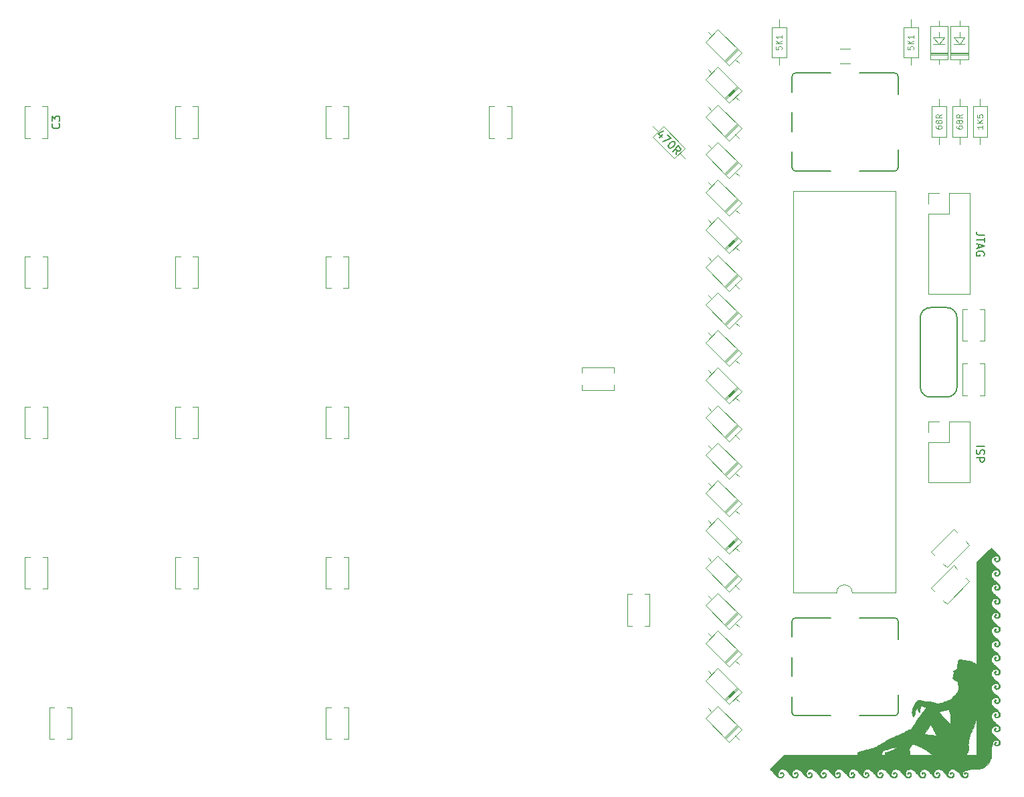
<source format=gbr>
G04 #@! TF.GenerationSoftware,KiCad,Pcbnew,(5.1.5)-3*
G04 #@! TF.CreationDate,2022-04-23T19:07:22-06:00*
G04 #@! TF.ProjectId,base,62617365-2e6b-4696-9361-645f70636258,rev?*
G04 #@! TF.SameCoordinates,Original*
G04 #@! TF.FileFunction,Legend,Top*
G04 #@! TF.FilePolarity,Positive*
%FSLAX46Y46*%
G04 Gerber Fmt 4.6, Leading zero omitted, Abs format (unit mm)*
G04 Created by KiCad (PCBNEW (5.1.5)-3) date 2022-04-23 19:07:22*
%MOMM*%
%LPD*%
G04 APERTURE LIST*
%ADD10C,0.010000*%
%ADD11C,0.120000*%
%ADD12C,0.150000*%
%ADD13C,0.127000*%
%ADD14C,0.108000*%
G04 APERTURE END LIST*
D10*
G36*
X220929342Y-123028091D02*
G01*
X220974321Y-123078636D01*
X221014822Y-123130358D01*
X221068882Y-123194082D01*
X221152175Y-123281850D01*
X221254080Y-123382894D01*
X221363980Y-123486443D01*
X221383542Y-123504291D01*
X221578487Y-123686328D01*
X221733022Y-123843078D01*
X221850378Y-123979180D01*
X221933787Y-124099275D01*
X221986481Y-124208001D01*
X222011690Y-124309997D01*
X222012858Y-124407761D01*
X221976159Y-124548805D01*
X221898645Y-124660555D01*
X221784932Y-124736537D01*
X221775832Y-124740310D01*
X221639149Y-124775475D01*
X221513398Y-124772372D01*
X221406130Y-124735710D01*
X221324896Y-124670200D01*
X221277244Y-124580554D01*
X221270726Y-124471483D01*
X221279304Y-124430512D01*
X221320084Y-124335198D01*
X221378139Y-124287959D01*
X221441617Y-124283125D01*
X221495298Y-124309843D01*
X221510935Y-124360147D01*
X221487765Y-124420072D01*
X221451128Y-124457890D01*
X221395709Y-124524025D01*
X221382956Y-124592798D01*
X221412580Y-124651113D01*
X221456027Y-124677827D01*
X221570406Y-124696762D01*
X221677079Y-124671447D01*
X221768138Y-124610547D01*
X221835673Y-124522728D01*
X221871773Y-124416656D01*
X221868530Y-124300997D01*
X221850915Y-124245189D01*
X221783648Y-124142359D01*
X221681515Y-124076606D01*
X221555962Y-124047005D01*
X221381084Y-124050344D01*
X221221778Y-124097104D01*
X221085074Y-124181425D01*
X220978005Y-124297450D01*
X220907602Y-124439318D01*
X220880896Y-124601171D01*
X220880834Y-124609578D01*
X220888039Y-124719306D01*
X220912415Y-124821840D01*
X220958103Y-124922936D01*
X221029243Y-125028348D01*
X221129975Y-125143830D01*
X221264440Y-125275137D01*
X221436779Y-125428024D01*
X221521666Y-125500237D01*
X221688593Y-125646035D01*
X221815410Y-125769571D01*
X221906766Y-125876815D01*
X221967307Y-125973736D01*
X222001682Y-126066302D01*
X222012566Y-126130658D01*
X222005495Y-126266052D01*
X221953361Y-126381524D01*
X221852446Y-126484976D01*
X221842035Y-126493060D01*
X221772156Y-126538334D01*
X221701440Y-126560632D01*
X221605599Y-126567129D01*
X221591162Y-126567188D01*
X221498422Y-126563793D01*
X221437204Y-126548667D01*
X221386289Y-126514397D01*
X221354946Y-126484658D01*
X221295420Y-126409295D01*
X221273375Y-126331129D01*
X221272417Y-126305458D01*
X221288052Y-126200178D01*
X221330556Y-126123561D01*
X221393332Y-126084846D01*
X221431501Y-126082726D01*
X221491939Y-126107870D01*
X221512135Y-126156500D01*
X221490687Y-126216165D01*
X221451128Y-126257057D01*
X221395691Y-126323765D01*
X221390133Y-126391881D01*
X221434557Y-126452988D01*
X221448612Y-126463083D01*
X221538236Y-126493474D01*
X221634946Y-126481264D01*
X221728421Y-126433824D01*
X221808340Y-126358525D01*
X221864384Y-126262737D01*
X221886231Y-126153833D01*
X221886250Y-126150519D01*
X221864626Y-126055758D01*
X221809091Y-125961556D01*
X221733645Y-125890930D01*
X221725255Y-125885886D01*
X221627846Y-125852450D01*
X221502292Y-125838926D01*
X221369406Y-125845148D01*
X221250002Y-125870946D01*
X221203894Y-125890077D01*
X221059567Y-125991389D01*
X220955780Y-126121548D01*
X220895071Y-126272575D01*
X220879978Y-126436492D01*
X220913038Y-126605322D01*
X220949205Y-126690643D01*
X221042002Y-126836664D01*
X221171755Y-126988510D01*
X221326189Y-127132607D01*
X221405178Y-127194813D01*
X221542415Y-127303694D01*
X221675134Y-127421887D01*
X221793980Y-127539998D01*
X221889598Y-127648630D01*
X221952632Y-127738388D01*
X221959784Y-127751791D01*
X222008325Y-127897980D01*
X222009076Y-128035562D01*
X221966521Y-128157148D01*
X221885141Y-128255350D01*
X221769420Y-128322779D01*
X221623839Y-128352047D01*
X221595209Y-128352694D01*
X221464865Y-128337577D01*
X221370781Y-128289971D01*
X221304177Y-128205167D01*
X221298106Y-128193271D01*
X221268727Y-128112954D01*
X221270862Y-128037405D01*
X221279420Y-128001969D01*
X221318372Y-127919461D01*
X221374485Y-127867229D01*
X221436215Y-127850020D01*
X221492020Y-127872580D01*
X221516456Y-127904496D01*
X221529027Y-127945380D01*
X221511740Y-127985021D01*
X221464470Y-128034174D01*
X221401951Y-128113703D01*
X221388342Y-128183073D01*
X221419767Y-128235819D01*
X221492350Y-128265477D01*
X221602214Y-128265582D01*
X221603167Y-128265455D01*
X221720798Y-128225927D01*
X221809648Y-128149307D01*
X221863832Y-128046212D01*
X221877468Y-127927255D01*
X221851240Y-127817842D01*
X221788584Y-127723994D01*
X221691121Y-127663886D01*
X221555037Y-127635630D01*
X221477679Y-127632810D01*
X221342935Y-127640518D01*
X221239431Y-127667124D01*
X221146797Y-127719842D01*
X221080652Y-127773379D01*
X220965983Y-127902981D01*
X220900310Y-128049746D01*
X220880834Y-128207604D01*
X220891864Y-128330329D01*
X220927711Y-128447819D01*
X220992508Y-128566069D01*
X221090386Y-128691075D01*
X221225478Y-128828834D01*
X221401916Y-128985341D01*
X221437412Y-129015155D01*
X221632595Y-129183659D01*
X221785084Y-129329362D01*
X221897532Y-129456735D01*
X221972592Y-129570249D01*
X222012918Y-129674373D01*
X222021163Y-129773580D01*
X221999980Y-129872340D01*
X221977848Y-129925781D01*
X221905350Y-130028942D01*
X221806674Y-130102545D01*
X221692561Y-130145715D01*
X221573751Y-130157579D01*
X221460985Y-130137262D01*
X221365005Y-130083891D01*
X221296551Y-129996591D01*
X221289841Y-129981768D01*
X221268610Y-129885577D01*
X221279837Y-129793810D01*
X221317307Y-129717842D01*
X221374806Y-129669049D01*
X221446118Y-129658806D01*
X221463916Y-129663130D01*
X221507094Y-129697998D01*
X221510101Y-129754343D01*
X221473862Y-129820302D01*
X221449688Y-129845704D01*
X221395997Y-129917356D01*
X221387728Y-129984422D01*
X221424975Y-130037400D01*
X221447663Y-130050350D01*
X221543950Y-130067582D01*
X221649542Y-130045416D01*
X221749789Y-129991637D01*
X221830044Y-129914032D01*
X221874975Y-129823195D01*
X221879329Y-129749537D01*
X221866434Y-129662459D01*
X221862598Y-129648515D01*
X221804234Y-129539112D01*
X221705637Y-129463119D01*
X221568558Y-129421736D01*
X221524188Y-129416569D01*
X221350002Y-129426336D01*
X221193614Y-129481491D01*
X221061789Y-129575833D01*
X220961291Y-129703157D01*
X220898883Y-129857261D01*
X220880833Y-130006597D01*
X220888119Y-130110375D01*
X220912659Y-130208598D01*
X220958475Y-130306634D01*
X221029590Y-130409847D01*
X221130027Y-130523606D01*
X221263810Y-130653276D01*
X221434961Y-130804224D01*
X221553853Y-130904402D01*
X221718325Y-131047058D01*
X221841739Y-131168784D01*
X221928416Y-131275867D01*
X221982680Y-131374591D01*
X222008856Y-131471242D01*
X222011447Y-131569657D01*
X221979110Y-131714289D01*
X221907146Y-131824769D01*
X221798233Y-131898740D01*
X221655043Y-131933844D01*
X221595209Y-131936513D01*
X221453373Y-131919346D01*
X221351216Y-131867841D01*
X221287652Y-131781401D01*
X221280707Y-131763479D01*
X221270002Y-131668531D01*
X221292559Y-131568314D01*
X221341630Y-131485163D01*
X221373127Y-131457536D01*
X221418948Y-131435890D01*
X221459826Y-131448008D01*
X221490951Y-131471164D01*
X221553044Y-131521444D01*
X221468293Y-131606195D01*
X221402504Y-131691158D01*
X221385487Y-131761707D01*
X221415735Y-131813362D01*
X221491740Y-131841643D01*
X221548897Y-131845625D01*
X221681717Y-131824068D01*
X221783782Y-131760157D01*
X221845891Y-131671325D01*
X221879190Y-131545867D01*
X221860881Y-131425156D01*
X221792216Y-131316399D01*
X221782491Y-131306321D01*
X221684910Y-131243483D01*
X221559214Y-131212423D01*
X221418962Y-131212304D01*
X221277712Y-131242291D01*
X221149022Y-131301550D01*
X221085162Y-131349289D01*
X220968316Y-131481199D01*
X220901187Y-131624914D01*
X220880834Y-131778091D01*
X220889554Y-131888485D01*
X220918244Y-131994987D01*
X220970698Y-132102690D01*
X221050709Y-132216687D01*
X221162071Y-132342069D01*
X221308577Y-132483930D01*
X221494021Y-132647362D01*
X221586533Y-132725417D01*
X221692609Y-132818621D01*
X221792108Y-132914192D01*
X221872525Y-132999665D01*
X221914955Y-133052745D01*
X221989049Y-133197120D01*
X222015301Y-133338373D01*
X221995989Y-133469383D01*
X221933389Y-133583029D01*
X221829778Y-133672188D01*
X221699479Y-133726659D01*
X221569819Y-133745588D01*
X221462129Y-133722615D01*
X221362380Y-133654626D01*
X221358276Y-133650851D01*
X221303693Y-133589310D01*
X221278082Y-133523184D01*
X221273857Y-133430806D01*
X221274662Y-133412079D01*
X221297094Y-133343935D01*
X221347081Y-133282802D01*
X221408683Y-133243708D01*
X221458170Y-133239009D01*
X221514841Y-133270669D01*
X221523335Y-133321490D01*
X221483572Y-133388571D01*
X221462881Y-133410773D01*
X221399611Y-133494083D01*
X221385700Y-133563605D01*
X221419310Y-133614415D01*
X221498607Y-133641587D01*
X221550116Y-133644792D01*
X221676499Y-133623434D01*
X221774631Y-133565999D01*
X221842283Y-133482445D01*
X221877223Y-133382732D01*
X221877220Y-133276819D01*
X221840044Y-133174663D01*
X221763464Y-133086223D01*
X221686000Y-133038177D01*
X221572941Y-132996479D01*
X221467008Y-132987002D01*
X221348931Y-133009654D01*
X221270724Y-133036186D01*
X221111398Y-133120585D01*
X220991769Y-133235897D01*
X220914216Y-133375515D01*
X220881120Y-133532836D01*
X220894859Y-133701253D01*
X220957815Y-133874160D01*
X220964336Y-133886655D01*
X221049267Y-134014101D01*
X221173205Y-134155795D01*
X221327546Y-134302890D01*
X221503687Y-134446541D01*
X221522809Y-134460851D01*
X221637734Y-134554648D01*
X221751460Y-134662232D01*
X221853517Y-134772323D01*
X221933432Y-134873645D01*
X221980087Y-134953350D01*
X222014355Y-135089906D01*
X222007534Y-135224673D01*
X221966789Y-135330073D01*
X221896498Y-135417982D01*
X221802331Y-135480686D01*
X221685174Y-135524045D01*
X221567831Y-135535954D01*
X221457218Y-135508192D01*
X221363367Y-135448547D01*
X221296310Y-135364810D01*
X221266079Y-135264770D01*
X221269566Y-135201324D01*
X221301439Y-135117651D01*
X221353674Y-135057655D01*
X221414850Y-135027200D01*
X221473545Y-135032149D01*
X221516405Y-135074610D01*
X221528989Y-135115458D01*
X221511033Y-135154044D01*
X221464420Y-135199565D01*
X221402392Y-135273750D01*
X221385226Y-135343045D01*
X221413531Y-135399357D01*
X221447663Y-135421392D01*
X221546143Y-135439557D01*
X221652679Y-135417454D01*
X221752895Y-135362745D01*
X221832418Y-135283088D01*
X221875136Y-135193598D01*
X221878342Y-135093422D01*
X221848514Y-134987022D01*
X221793778Y-134897468D01*
X221759909Y-134866430D01*
X221632220Y-134806561D01*
X221488444Y-134789121D01*
X221339082Y-134810786D01*
X221194634Y-134868231D01*
X221065601Y-134958133D01*
X220962484Y-135077167D01*
X220932838Y-135128247D01*
X220881755Y-135283571D01*
X220882409Y-135446665D01*
X220934335Y-135616637D01*
X221037067Y-135792592D01*
X221190138Y-135973638D01*
X221393085Y-136158882D01*
X221522809Y-136260018D01*
X221637734Y-136353815D01*
X221751460Y-136461398D01*
X221853517Y-136571490D01*
X221933432Y-136672812D01*
X221980087Y-136752516D01*
X222014355Y-136889073D01*
X222007534Y-137023840D01*
X221966789Y-137129240D01*
X221896498Y-137217148D01*
X221802331Y-137279852D01*
X221685174Y-137323211D01*
X221567831Y-137335121D01*
X221457218Y-137307359D01*
X221363367Y-137247714D01*
X221296310Y-137163976D01*
X221266079Y-137063937D01*
X221269566Y-137000490D01*
X221301439Y-136916817D01*
X221353674Y-136856822D01*
X221414850Y-136826367D01*
X221473545Y-136831315D01*
X221516405Y-136873777D01*
X221528989Y-136914625D01*
X221511033Y-136953211D01*
X221464420Y-136998731D01*
X221402392Y-137072916D01*
X221385226Y-137142212D01*
X221413531Y-137198523D01*
X221447663Y-137220558D01*
X221546143Y-137238724D01*
X221652679Y-137216621D01*
X221752895Y-137161911D01*
X221832418Y-137082254D01*
X221875136Y-136992764D01*
X221878342Y-136892589D01*
X221848514Y-136786189D01*
X221793778Y-136696635D01*
X221759909Y-136665597D01*
X221632220Y-136605728D01*
X221488444Y-136588288D01*
X221339082Y-136609952D01*
X221194634Y-136667398D01*
X221065601Y-136757299D01*
X220962484Y-136876334D01*
X220932838Y-136927414D01*
X220881755Y-137082738D01*
X220882409Y-137245832D01*
X220934335Y-137415803D01*
X221037067Y-137591759D01*
X221190138Y-137772805D01*
X221393085Y-137958049D01*
X221522809Y-138059184D01*
X221637734Y-138152982D01*
X221751460Y-138260565D01*
X221853517Y-138370656D01*
X221933432Y-138471978D01*
X221980087Y-138551683D01*
X222014355Y-138688239D01*
X222007534Y-138823007D01*
X221966789Y-138928406D01*
X221896498Y-139016315D01*
X221802331Y-139079019D01*
X221685174Y-139122378D01*
X221567831Y-139134288D01*
X221457218Y-139106525D01*
X221363367Y-139046880D01*
X221296310Y-138963143D01*
X221266079Y-138863103D01*
X221269566Y-138799657D01*
X221301439Y-138715984D01*
X221353674Y-138655988D01*
X221414850Y-138625533D01*
X221473545Y-138630482D01*
X221516405Y-138672944D01*
X221528989Y-138713792D01*
X221511033Y-138752377D01*
X221464420Y-138797898D01*
X221402392Y-138872083D01*
X221385226Y-138941378D01*
X221413531Y-138997690D01*
X221447663Y-139019725D01*
X221546143Y-139037890D01*
X221652679Y-139015788D01*
X221752895Y-138961078D01*
X221832418Y-138881421D01*
X221875136Y-138791931D01*
X221878342Y-138691756D01*
X221848514Y-138585355D01*
X221793778Y-138495802D01*
X221759909Y-138464764D01*
X221632220Y-138404895D01*
X221488444Y-138387455D01*
X221339082Y-138409119D01*
X221194634Y-138466564D01*
X221065601Y-138556466D01*
X220962484Y-138675500D01*
X220932838Y-138726581D01*
X220881755Y-138881904D01*
X220882409Y-139044999D01*
X220934335Y-139214970D01*
X221037067Y-139390926D01*
X221190138Y-139571972D01*
X221393085Y-139757216D01*
X221522809Y-139858351D01*
X221637734Y-139952148D01*
X221751460Y-140059732D01*
X221853517Y-140169823D01*
X221933432Y-140271145D01*
X221980087Y-140350850D01*
X222014355Y-140487406D01*
X222007534Y-140622173D01*
X221966789Y-140727573D01*
X221896498Y-140815482D01*
X221802331Y-140878186D01*
X221685174Y-140921545D01*
X221567831Y-140933454D01*
X221457218Y-140905692D01*
X221363367Y-140846047D01*
X221296310Y-140762310D01*
X221266079Y-140662270D01*
X221269566Y-140598824D01*
X221301439Y-140515151D01*
X221353674Y-140455155D01*
X221414850Y-140424700D01*
X221473545Y-140429649D01*
X221516405Y-140472110D01*
X221528989Y-140512958D01*
X221511033Y-140551544D01*
X221464420Y-140597065D01*
X221402392Y-140671250D01*
X221385226Y-140740545D01*
X221413531Y-140796857D01*
X221447663Y-140818892D01*
X221546143Y-140837057D01*
X221652679Y-140814954D01*
X221752895Y-140760245D01*
X221832418Y-140680588D01*
X221875136Y-140591098D01*
X221878342Y-140490922D01*
X221848514Y-140384522D01*
X221793778Y-140294968D01*
X221759909Y-140263930D01*
X221632220Y-140204061D01*
X221488444Y-140186621D01*
X221339082Y-140208286D01*
X221194634Y-140265731D01*
X221065601Y-140355633D01*
X220962484Y-140474667D01*
X220932838Y-140525747D01*
X220881755Y-140681071D01*
X220882409Y-140844165D01*
X220934335Y-141014137D01*
X221037067Y-141190092D01*
X221190138Y-141371138D01*
X221393085Y-141556382D01*
X221522809Y-141657518D01*
X221637734Y-141751315D01*
X221751460Y-141858898D01*
X221853517Y-141968990D01*
X221933432Y-142070312D01*
X221980087Y-142150016D01*
X222014355Y-142286573D01*
X222007534Y-142421340D01*
X221966789Y-142526740D01*
X221896498Y-142614648D01*
X221802331Y-142677352D01*
X221685174Y-142720711D01*
X221567831Y-142732621D01*
X221457218Y-142704859D01*
X221363367Y-142645214D01*
X221296310Y-142561476D01*
X221266079Y-142461437D01*
X221269566Y-142397990D01*
X221301439Y-142314317D01*
X221353674Y-142254322D01*
X221414850Y-142223867D01*
X221473545Y-142228815D01*
X221516405Y-142271277D01*
X221528989Y-142312125D01*
X221511033Y-142350711D01*
X221464420Y-142396231D01*
X221402392Y-142470416D01*
X221385226Y-142539712D01*
X221413531Y-142596023D01*
X221447663Y-142618058D01*
X221546143Y-142636224D01*
X221652679Y-142614121D01*
X221752895Y-142559411D01*
X221832418Y-142479754D01*
X221875136Y-142390264D01*
X221878342Y-142290089D01*
X221848514Y-142183689D01*
X221793778Y-142094135D01*
X221759909Y-142063097D01*
X221632220Y-142003228D01*
X221488444Y-141985788D01*
X221339082Y-142007452D01*
X221194634Y-142064898D01*
X221065601Y-142154799D01*
X220962484Y-142273834D01*
X220932838Y-142324914D01*
X220881755Y-142480238D01*
X220882409Y-142643332D01*
X220934335Y-142813303D01*
X221037067Y-142989259D01*
X221190138Y-143170305D01*
X221393085Y-143355549D01*
X221522809Y-143456684D01*
X221637734Y-143550482D01*
X221751460Y-143658065D01*
X221853517Y-143768156D01*
X221933432Y-143869478D01*
X221980087Y-143949183D01*
X222014355Y-144085739D01*
X222007534Y-144220507D01*
X221966789Y-144325906D01*
X221896498Y-144413815D01*
X221802331Y-144476519D01*
X221685174Y-144519878D01*
X221567831Y-144531788D01*
X221457218Y-144504025D01*
X221363367Y-144444380D01*
X221296310Y-144360643D01*
X221266079Y-144260603D01*
X221269566Y-144197157D01*
X221301439Y-144113484D01*
X221353674Y-144053488D01*
X221414850Y-144023033D01*
X221473545Y-144027982D01*
X221516405Y-144070444D01*
X221528989Y-144111292D01*
X221511033Y-144149877D01*
X221464420Y-144195398D01*
X221402392Y-144269583D01*
X221385226Y-144338878D01*
X221413531Y-144395190D01*
X221447663Y-144417225D01*
X221546143Y-144435390D01*
X221652679Y-144413288D01*
X221752895Y-144358578D01*
X221832418Y-144278921D01*
X221875136Y-144189431D01*
X221878342Y-144089256D01*
X221848514Y-143982855D01*
X221793778Y-143893302D01*
X221759909Y-143862264D01*
X221635407Y-143804628D01*
X221490439Y-143786120D01*
X221338609Y-143805383D01*
X221193525Y-143861057D01*
X221093921Y-143928776D01*
X220971849Y-144062953D01*
X220899785Y-144211835D01*
X220877830Y-144372536D01*
X220906083Y-144542174D01*
X220984645Y-144717863D01*
X221062487Y-144833614D01*
X221107144Y-144882715D01*
X221183380Y-144956602D01*
X221281811Y-145046561D01*
X221393052Y-145143880D01*
X221435701Y-145180112D01*
X221615728Y-145334866D01*
X221756666Y-145464208D01*
X221862504Y-145573452D01*
X221937234Y-145667914D01*
X221984846Y-145752910D01*
X222009330Y-145833757D01*
X222014677Y-145915770D01*
X222012508Y-145948492D01*
X221980333Y-146073106D01*
X221915153Y-146183275D01*
X221827423Y-146263981D01*
X221774880Y-146289841D01*
X221636167Y-146318986D01*
X221509391Y-146310562D01*
X221402085Y-146269466D01*
X221321776Y-146200595D01*
X221275997Y-146108844D01*
X221272276Y-145999110D01*
X221279304Y-145967595D01*
X221320084Y-145872282D01*
X221378139Y-145825042D01*
X221441617Y-145820209D01*
X221494647Y-145848189D01*
X221515279Y-145900282D01*
X221502529Y-145958024D01*
X221455419Y-146002947D01*
X221451424Y-146004857D01*
X221396799Y-146049202D01*
X221383542Y-146108083D01*
X221393710Y-146163248D01*
X221430552Y-146195565D01*
X221503571Y-146210133D01*
X221578256Y-146212500D01*
X221699763Y-146189914D01*
X221794703Y-146128776D01*
X221857716Y-146039015D01*
X221883441Y-145930561D01*
X221866518Y-145813342D01*
X221832655Y-145741273D01*
X221749747Y-145652730D01*
X221636604Y-145598439D01*
X221503325Y-145578395D01*
X221360011Y-145592597D01*
X221216761Y-145641042D01*
X221083675Y-145723727D01*
X221062463Y-145741472D01*
X220969669Y-145854079D01*
X220906406Y-145996005D01*
X220880984Y-146148092D01*
X220880833Y-146160168D01*
X220889493Y-146265386D01*
X220917910Y-146368092D01*
X220969745Y-146473041D01*
X221048655Y-146584992D01*
X221158299Y-146708700D01*
X221302336Y-146848923D01*
X221484425Y-147010416D01*
X221628161Y-147131742D01*
X221785951Y-147273266D01*
X221899073Y-147400120D01*
X221971462Y-147518563D01*
X222007052Y-147634853D01*
X222011035Y-147740672D01*
X221986315Y-147863284D01*
X221927252Y-147959066D01*
X221826047Y-148038796D01*
X221774856Y-148067158D01*
X221637789Y-148112029D01*
X221502004Y-148104264D01*
X221419699Y-148074364D01*
X221328950Y-148012196D01*
X221282466Y-147927585D01*
X221272417Y-147839688D01*
X221292387Y-147723681D01*
X221349758Y-147638973D01*
X221387372Y-147612742D01*
X221436263Y-147598126D01*
X221480580Y-147621553D01*
X221496556Y-147636672D01*
X221550207Y-147690322D01*
X221465483Y-147775046D01*
X221403726Y-147856824D01*
X221392771Y-147926920D01*
X221432590Y-147983981D01*
X221470283Y-148006608D01*
X221542241Y-148027916D01*
X221620054Y-148016385D01*
X221633325Y-148012185D01*
X221753112Y-147949522D01*
X221834093Y-147859618D01*
X221874252Y-147752455D01*
X221871572Y-147638016D01*
X221824033Y-147526285D01*
X221748497Y-147442277D01*
X221690569Y-147402744D01*
X221624801Y-147382832D01*
X221530406Y-147376745D01*
X221513107Y-147376667D01*
X221422125Y-147379234D01*
X221361190Y-147393121D01*
X221308046Y-147427602D01*
X221243268Y-147489115D01*
X221173232Y-147571900D01*
X221112634Y-147673969D01*
X221057827Y-147803847D01*
X221005166Y-147970063D01*
X220955585Y-148161963D01*
X220936481Y-148250323D01*
X220921312Y-148343770D01*
X220909350Y-148451133D01*
X220899865Y-148581239D01*
X220892127Y-148742915D01*
X220885406Y-148944991D01*
X220882724Y-149043542D01*
X220865901Y-149691771D01*
X220779853Y-149893078D01*
X220634373Y-150182365D01*
X220462584Y-150427429D01*
X220260548Y-150632000D01*
X220024327Y-150799809D01*
X219749984Y-150934588D01*
X219634956Y-150977907D01*
X219573320Y-150997623D01*
X219509544Y-151013051D01*
X219435212Y-151025027D01*
X219341906Y-151034391D01*
X219221209Y-151041981D01*
X219064703Y-151048635D01*
X218863970Y-151055191D01*
X218856771Y-151055407D01*
X218635748Y-151063018D01*
X218458412Y-151071654D01*
X218315535Y-151082127D01*
X218197888Y-151095248D01*
X218096241Y-151111829D01*
X218014879Y-151129402D01*
X217807426Y-151183211D01*
X217644167Y-151235996D01*
X217516583Y-151291395D01*
X217416157Y-151353046D01*
X217342031Y-151416809D01*
X217278873Y-151483548D01*
X217245263Y-151536590D01*
X217231926Y-151598195D01*
X217229584Y-151686649D01*
X217234146Y-151786920D01*
X217251694Y-151855551D01*
X217288022Y-151913327D01*
X217295194Y-151922038D01*
X217397015Y-152008585D01*
X217509880Y-152048589D01*
X217623806Y-152044069D01*
X217728811Y-151997041D01*
X217814912Y-151909523D01*
X217865102Y-151806867D01*
X217881170Y-151725651D01*
X217864555Y-151654809D01*
X217859525Y-151643825D01*
X217809290Y-151579331D01*
X217745361Y-151565598D01*
X217669094Y-151602654D01*
X217627963Y-151639025D01*
X217543239Y-151723748D01*
X217489589Y-151670098D01*
X217453791Y-151622345D01*
X217457657Y-151577412D01*
X217465659Y-151560913D01*
X217533565Y-151487726D01*
X217636208Y-151450198D01*
X217692604Y-151445959D01*
X217802241Y-151463034D01*
X217880781Y-151518942D01*
X217927281Y-151593240D01*
X217966597Y-151729914D01*
X217953321Y-151865798D01*
X217920075Y-151948398D01*
X217843621Y-152067681D01*
X217755216Y-152141858D01*
X217644082Y-152178724D01*
X217593589Y-152184577D01*
X217474003Y-152178190D01*
X217357785Y-152138476D01*
X217238677Y-152061502D01*
X217110422Y-151943331D01*
X216984658Y-151801703D01*
X216806413Y-151592324D01*
X216652596Y-151423426D01*
X216518452Y-151291351D01*
X216399224Y-151192440D01*
X216290156Y-151123035D01*
X216186491Y-151079475D01*
X216083471Y-151058103D01*
X216013085Y-151054375D01*
X215861012Y-151076399D01*
X215717563Y-151136931D01*
X215601895Y-151227660D01*
X215594389Y-151236005D01*
X215505791Y-151366313D01*
X215451434Y-151508529D01*
X215431318Y-151652554D01*
X215445448Y-151788287D01*
X215493825Y-151905628D01*
X215576453Y-151994479D01*
X215594189Y-152006197D01*
X215712135Y-152050416D01*
X215832802Y-152047966D01*
X215943068Y-152001423D01*
X216024123Y-151921764D01*
X216050658Y-151853831D01*
X216064240Y-151759037D01*
X216062924Y-151662283D01*
X216049357Y-151598935D01*
X216011891Y-151561848D01*
X215953956Y-151556591D01*
X215895207Y-151580491D01*
X215857773Y-151624965D01*
X215814225Y-151674197D01*
X215756736Y-151689008D01*
X215703772Y-151670379D01*
X215673798Y-151619291D01*
X215673125Y-151615158D01*
X215682782Y-151540338D01*
X215738070Y-151485482D01*
X215820512Y-151452846D01*
X215934195Y-151444142D01*
X216031195Y-151479496D01*
X216106614Y-151551376D01*
X216155558Y-151652253D01*
X216173128Y-151774596D01*
X216154428Y-151910876D01*
X216142757Y-151948422D01*
X216083971Y-152043919D01*
X215987690Y-152122459D01*
X215868932Y-152173584D01*
X215801409Y-152186049D01*
X215717550Y-152186954D01*
X215636885Y-152170245D01*
X215554100Y-152131931D01*
X215463878Y-152068022D01*
X215360903Y-151974528D01*
X215239859Y-151847458D01*
X215095432Y-151682821D01*
X215033028Y-151609243D01*
X214902224Y-151457310D01*
X214794565Y-151341097D01*
X214702114Y-151253502D01*
X214616934Y-151187419D01*
X214531087Y-151135745D01*
X214471470Y-151106654D01*
X214316684Y-151062149D01*
X214154685Y-151060104D01*
X213998892Y-151097953D01*
X213862726Y-151173129D01*
X213795222Y-151236005D01*
X213706625Y-151366313D01*
X213652267Y-151508529D01*
X213632152Y-151652554D01*
X213646281Y-151788287D01*
X213694659Y-151905628D01*
X213777286Y-151994479D01*
X213795023Y-152006197D01*
X213912968Y-152050416D01*
X214033635Y-152047966D01*
X214143901Y-152001423D01*
X214224957Y-151921764D01*
X214251491Y-151853831D01*
X214265074Y-151759037D01*
X214263757Y-151662283D01*
X214250190Y-151598935D01*
X214212724Y-151561848D01*
X214154789Y-151556591D01*
X214096040Y-151580491D01*
X214058607Y-151624965D01*
X214015059Y-151674197D01*
X213957570Y-151689008D01*
X213904605Y-151670379D01*
X213874631Y-151619291D01*
X213873959Y-151615158D01*
X213883616Y-151540338D01*
X213938904Y-151485482D01*
X214021345Y-151452846D01*
X214135028Y-151444142D01*
X214232028Y-151479496D01*
X214307448Y-151551376D01*
X214356391Y-151652253D01*
X214373961Y-151774596D01*
X214355262Y-151910876D01*
X214343591Y-151948422D01*
X214284805Y-152043919D01*
X214188523Y-152122459D01*
X214069765Y-152173584D01*
X214002242Y-152186049D01*
X213918383Y-152186954D01*
X213837718Y-152170245D01*
X213754933Y-152131931D01*
X213664711Y-152068022D01*
X213561736Y-151974528D01*
X213440693Y-151847458D01*
X213296265Y-151682821D01*
X213233862Y-151609243D01*
X213103057Y-151457310D01*
X212995398Y-151341097D01*
X212902948Y-151253502D01*
X212817768Y-151187419D01*
X212731920Y-151135745D01*
X212672303Y-151106654D01*
X212517517Y-151062149D01*
X212355518Y-151060104D01*
X212199725Y-151097953D01*
X212063560Y-151173129D01*
X211996056Y-151236005D01*
X211907458Y-151366313D01*
X211853100Y-151508529D01*
X211832985Y-151652554D01*
X211847115Y-151788287D01*
X211895492Y-151905628D01*
X211978119Y-151994479D01*
X211995856Y-152006197D01*
X212113802Y-152050416D01*
X212234469Y-152047966D01*
X212344734Y-152001423D01*
X212425790Y-151921764D01*
X212452325Y-151853831D01*
X212465907Y-151759037D01*
X212464590Y-151662283D01*
X212451024Y-151598935D01*
X212413557Y-151561848D01*
X212355622Y-151556591D01*
X212296874Y-151580491D01*
X212259440Y-151624965D01*
X212215892Y-151674197D01*
X212158403Y-151689008D01*
X212105438Y-151670379D01*
X212075464Y-151619291D01*
X212074792Y-151615158D01*
X212084449Y-151540338D01*
X212139737Y-151485482D01*
X212222178Y-151452846D01*
X212335862Y-151444142D01*
X212432861Y-151479496D01*
X212508281Y-151551376D01*
X212557224Y-151652253D01*
X212574794Y-151774596D01*
X212556095Y-151910876D01*
X212544424Y-151948422D01*
X212485638Y-152043919D01*
X212389356Y-152122459D01*
X212270599Y-152173584D01*
X212203076Y-152186049D01*
X212119216Y-152186954D01*
X212038552Y-152170245D01*
X211955766Y-152131931D01*
X211865544Y-152068022D01*
X211762569Y-151974528D01*
X211641526Y-151847458D01*
X211497098Y-151682821D01*
X211434695Y-151609243D01*
X211303890Y-151457310D01*
X211196232Y-151341097D01*
X211103781Y-151253502D01*
X211018601Y-151187419D01*
X210932754Y-151135745D01*
X210873137Y-151106654D01*
X210718350Y-151062149D01*
X210556351Y-151060104D01*
X210400559Y-151097953D01*
X210264393Y-151173129D01*
X210196889Y-151236005D01*
X210108291Y-151366313D01*
X210053934Y-151508529D01*
X210033818Y-151652554D01*
X210047948Y-151788287D01*
X210096325Y-151905628D01*
X210178953Y-151994479D01*
X210196689Y-152006197D01*
X210314635Y-152050416D01*
X210435302Y-152047966D01*
X210545568Y-152001423D01*
X210626623Y-151921764D01*
X210653158Y-151853831D01*
X210666740Y-151759037D01*
X210665424Y-151662283D01*
X210651857Y-151598935D01*
X210614391Y-151561848D01*
X210556456Y-151556591D01*
X210497707Y-151580491D01*
X210460273Y-151624965D01*
X210416725Y-151674197D01*
X210359236Y-151689008D01*
X210306272Y-151670379D01*
X210276298Y-151619291D01*
X210275625Y-151615158D01*
X210285282Y-151540338D01*
X210340570Y-151485482D01*
X210423012Y-151452846D01*
X210536695Y-151444142D01*
X210633695Y-151479496D01*
X210709114Y-151551376D01*
X210758058Y-151652253D01*
X210775628Y-151774596D01*
X210756928Y-151910876D01*
X210745257Y-151948422D01*
X210686471Y-152043919D01*
X210590190Y-152122459D01*
X210471432Y-152173584D01*
X210403909Y-152186049D01*
X210320050Y-152186954D01*
X210239385Y-152170245D01*
X210156600Y-152131931D01*
X210066378Y-152068022D01*
X209963403Y-151974528D01*
X209842359Y-151847458D01*
X209697932Y-151682821D01*
X209635528Y-151609243D01*
X209504724Y-151457310D01*
X209397065Y-151341097D01*
X209304614Y-151253502D01*
X209219434Y-151187419D01*
X209133587Y-151135745D01*
X209073970Y-151106654D01*
X208919184Y-151062149D01*
X208757185Y-151060104D01*
X208601392Y-151097953D01*
X208465226Y-151173129D01*
X208397722Y-151236005D01*
X208309125Y-151366313D01*
X208254767Y-151508529D01*
X208234652Y-151652554D01*
X208248781Y-151788287D01*
X208297159Y-151905628D01*
X208379786Y-151994479D01*
X208397523Y-152006197D01*
X208515468Y-152050416D01*
X208636135Y-152047966D01*
X208746401Y-152001423D01*
X208827457Y-151921764D01*
X208853991Y-151853831D01*
X208867574Y-151759037D01*
X208866257Y-151662283D01*
X208852690Y-151598935D01*
X208815224Y-151561848D01*
X208757289Y-151556591D01*
X208698540Y-151580491D01*
X208661107Y-151624965D01*
X208617559Y-151674197D01*
X208560070Y-151689008D01*
X208507105Y-151670379D01*
X208477131Y-151619291D01*
X208476459Y-151615158D01*
X208486116Y-151540338D01*
X208541404Y-151485482D01*
X208623845Y-151452846D01*
X208737528Y-151444142D01*
X208834528Y-151479496D01*
X208909948Y-151551376D01*
X208958891Y-151652253D01*
X208976461Y-151774596D01*
X208957762Y-151910876D01*
X208946091Y-151948422D01*
X208887305Y-152043919D01*
X208791023Y-152122459D01*
X208672265Y-152173584D01*
X208604742Y-152186049D01*
X208520883Y-152186954D01*
X208440218Y-152170245D01*
X208357433Y-152131931D01*
X208267211Y-152068022D01*
X208164236Y-151974528D01*
X208043193Y-151847458D01*
X207898765Y-151682821D01*
X207836362Y-151609243D01*
X207705557Y-151457310D01*
X207597898Y-151341097D01*
X207505448Y-151253502D01*
X207420268Y-151187419D01*
X207334420Y-151135745D01*
X207274803Y-151106654D01*
X207120017Y-151062149D01*
X206958018Y-151060104D01*
X206802225Y-151097953D01*
X206666060Y-151173129D01*
X206598556Y-151236005D01*
X206509958Y-151366313D01*
X206455600Y-151508529D01*
X206435485Y-151652554D01*
X206449615Y-151788287D01*
X206497992Y-151905628D01*
X206580619Y-151994479D01*
X206598356Y-152006197D01*
X206716302Y-152050416D01*
X206836969Y-152047966D01*
X206947234Y-152001423D01*
X207028290Y-151921764D01*
X207054825Y-151853831D01*
X207068407Y-151759037D01*
X207067090Y-151662283D01*
X207053524Y-151598935D01*
X207016057Y-151561848D01*
X206958122Y-151556591D01*
X206899374Y-151580491D01*
X206861940Y-151624965D01*
X206818392Y-151674197D01*
X206760903Y-151689008D01*
X206707938Y-151670379D01*
X206677964Y-151619291D01*
X206677292Y-151615158D01*
X206686949Y-151540338D01*
X206742237Y-151485482D01*
X206824678Y-151452846D01*
X206938362Y-151444142D01*
X207035361Y-151479496D01*
X207110781Y-151551376D01*
X207159724Y-151652253D01*
X207177294Y-151774596D01*
X207158595Y-151910876D01*
X207146924Y-151948422D01*
X207088138Y-152043919D01*
X206991856Y-152122459D01*
X206873099Y-152173584D01*
X206805576Y-152186049D01*
X206721716Y-152186954D01*
X206641052Y-152170245D01*
X206558266Y-152131931D01*
X206468044Y-152068022D01*
X206365069Y-151974528D01*
X206244026Y-151847458D01*
X206099598Y-151682821D01*
X206037195Y-151609243D01*
X205879978Y-151429370D01*
X205744021Y-151290352D01*
X205623035Y-151187865D01*
X205510733Y-151117583D01*
X205400829Y-151075179D01*
X205287035Y-151056329D01*
X205230729Y-151054375D01*
X205066596Y-151075493D01*
X204924328Y-151141368D01*
X204796024Y-151255787D01*
X204785860Y-151267463D01*
X204702766Y-151397867D01*
X204655025Y-151545614D01*
X204643996Y-151697099D01*
X204671037Y-151838714D01*
X204719347Y-151933451D01*
X204791992Y-151997523D01*
X204892923Y-152040717D01*
X204999069Y-152054905D01*
X205046514Y-152048678D01*
X205142461Y-152001194D01*
X205220565Y-151919685D01*
X205273165Y-151818526D01*
X205292603Y-151712091D01*
X205274308Y-151621205D01*
X205228296Y-151568257D01*
X205164959Y-151561109D01*
X205092390Y-151599150D01*
X205052481Y-151637961D01*
X205001851Y-151688603D01*
X204963895Y-151702492D01*
X204927527Y-151689947D01*
X204881738Y-151641611D01*
X204881075Y-151577864D01*
X204925469Y-151510821D01*
X204928570Y-151507878D01*
X205023770Y-151450061D01*
X205125602Y-151439522D01*
X205223784Y-151473398D01*
X205308035Y-151548824D01*
X205353881Y-151626312D01*
X205385960Y-151708564D01*
X205394621Y-151770845D01*
X205382459Y-151839269D01*
X205376961Y-151858716D01*
X205327971Y-151987179D01*
X205263142Y-152078170D01*
X205182990Y-152140331D01*
X205064651Y-152183596D01*
X204928922Y-152186324D01*
X204806266Y-152153629D01*
X204724399Y-152105452D01*
X204622746Y-152024905D01*
X204512585Y-151922460D01*
X204405194Y-151808588D01*
X204313768Y-151696350D01*
X204170978Y-151518445D01*
X204023829Y-151361450D01*
X203881166Y-151233967D01*
X203751836Y-151144602D01*
X203739572Y-151137877D01*
X203566595Y-151071273D01*
X203397632Y-151054056D01*
X203239288Y-151083847D01*
X203098169Y-151158266D01*
X202980879Y-151274934D01*
X202894024Y-151431471D01*
X202889103Y-151444266D01*
X202848586Y-151577475D01*
X202840145Y-151687799D01*
X202863874Y-151794509D01*
X202891093Y-151859542D01*
X202967661Y-151970398D01*
X203068191Y-152036653D01*
X203185434Y-152055616D01*
X203312138Y-152024600D01*
X203322893Y-152019677D01*
X203418608Y-151946545D01*
X203478951Y-151839993D01*
X203497709Y-151723657D01*
X203483110Y-151623891D01*
X203442600Y-151568962D01*
X203381104Y-151560709D01*
X203303546Y-151600966D01*
X203263690Y-151636423D01*
X203192415Y-151690271D01*
X203136553Y-151695839D01*
X203099007Y-151653205D01*
X203091926Y-151631711D01*
X203100549Y-151572748D01*
X203143960Y-151511884D01*
X203207127Y-151465057D01*
X203264995Y-151448203D01*
X203363606Y-151449703D01*
X203432485Y-151471369D01*
X203493303Y-151520790D01*
X203503768Y-151531818D01*
X203573660Y-151631541D01*
X203598408Y-151738632D01*
X203581128Y-151867122D01*
X203579576Y-151873021D01*
X203519388Y-152012521D01*
X203428132Y-152113116D01*
X203312927Y-152172528D01*
X203180895Y-152188480D01*
X203039158Y-152158696D01*
X202905662Y-152088497D01*
X202837411Y-152032577D01*
X202749011Y-151947490D01*
X202652925Y-151845742D01*
X202578333Y-151760075D01*
X202404077Y-151556748D01*
X202253578Y-151393989D01*
X202121744Y-151268002D01*
X202003483Y-151174995D01*
X201893702Y-151111175D01*
X201787308Y-151072746D01*
X201679208Y-151055916D01*
X201631007Y-151054375D01*
X201470442Y-151076897D01*
X201327444Y-151146389D01*
X201202205Y-151258703D01*
X201117426Y-151386776D01*
X201073703Y-151539272D01*
X201069164Y-151722732D01*
X201069214Y-151723429D01*
X201081300Y-151821925D01*
X201105592Y-151889270D01*
X201150460Y-151947089D01*
X201159238Y-151956033D01*
X201266381Y-152029734D01*
X201386207Y-152053206D01*
X201511512Y-152025196D01*
X201524241Y-152019433D01*
X201623958Y-151945612D01*
X201682310Y-151839351D01*
X201698542Y-151722439D01*
X201684197Y-151623217D01*
X201644147Y-151568968D01*
X201582873Y-151561198D01*
X201504852Y-151601417D01*
X201459111Y-151641834D01*
X201374360Y-151726585D01*
X201324081Y-151664492D01*
X201291374Y-151614694D01*
X201294162Y-151574907D01*
X201310452Y-151546669D01*
X201377193Y-151487120D01*
X201471884Y-151450799D01*
X201572189Y-151444452D01*
X201616396Y-151454249D01*
X201708741Y-151511460D01*
X201766051Y-151607081D01*
X201788924Y-151742200D01*
X201789430Y-151768750D01*
X201768993Y-151923701D01*
X201708835Y-152045346D01*
X201611313Y-152131009D01*
X201478786Y-152178016D01*
X201422574Y-152184989D01*
X201321881Y-152182074D01*
X201225253Y-152155293D01*
X201126405Y-152100322D01*
X201019052Y-152012837D01*
X200896909Y-151888515D01*
X200757319Y-151727395D01*
X200591455Y-151532550D01*
X200450005Y-151377423D01*
X200327602Y-151257992D01*
X200218879Y-151170234D01*
X200118470Y-151110126D01*
X200021008Y-151073644D01*
X199921127Y-151056767D01*
X199859513Y-151054375D01*
X199687328Y-151078586D01*
X199536584Y-151146707D01*
X199413484Y-151251977D01*
X199324231Y-151387630D01*
X199275028Y-151546903D01*
X199269486Y-151697730D01*
X199301107Y-151845120D01*
X199367669Y-151954512D01*
X199467972Y-152024153D01*
X199501432Y-152036139D01*
X199587195Y-152051789D01*
X199665770Y-152050633D01*
X199676112Y-152048517D01*
X199769408Y-152001717D01*
X199846444Y-151920693D01*
X199899433Y-151820093D01*
X199920590Y-151714563D01*
X199903267Y-151621205D01*
X199857139Y-151568679D01*
X199793737Y-151561701D01*
X199722563Y-151600176D01*
X199698620Y-151623229D01*
X199632122Y-151674307D01*
X199570678Y-151686494D01*
X199526152Y-151658865D01*
X199516047Y-151637458D01*
X199515756Y-151563836D01*
X199556646Y-151502591D01*
X199627341Y-151459937D01*
X199716466Y-151442089D01*
X199812646Y-151455263D01*
X199834685Y-151463382D01*
X199926755Y-151527175D01*
X199984776Y-151619981D01*
X200009621Y-151731062D01*
X200002164Y-151849675D01*
X199963280Y-151965081D01*
X199893842Y-152066537D01*
X199794725Y-152143303D01*
X199778697Y-152151389D01*
X199678372Y-152187028D01*
X199579958Y-152194639D01*
X199478985Y-152171569D01*
X199370982Y-152115164D01*
X199251478Y-152022772D01*
X199116002Y-151891738D01*
X198960084Y-151719410D01*
X198868071Y-151610954D01*
X198707660Y-151426842D01*
X198567048Y-151284801D01*
X198440240Y-151180698D01*
X198321239Y-151110402D01*
X198204050Y-151069779D01*
X198082676Y-151054697D01*
X198060521Y-151054375D01*
X197892407Y-151076708D01*
X197746947Y-151145508D01*
X197626296Y-151254193D01*
X197552042Y-151350942D01*
X197508733Y-151444910D01*
X197489157Y-151556466D01*
X197485727Y-151651221D01*
X197499840Y-151806528D01*
X197544928Y-151921444D01*
X197622879Y-151999783D01*
X197670759Y-152024781D01*
X197794895Y-152051708D01*
X197912513Y-152032908D01*
X198012998Y-151974265D01*
X198085737Y-151881661D01*
X198118372Y-151776708D01*
X198118512Y-151666580D01*
X198089052Y-151593704D01*
X198036454Y-151561956D01*
X197967185Y-151575214D01*
X197887708Y-151637353D01*
X197887091Y-151638012D01*
X197833897Y-151688297D01*
X197794848Y-151702556D01*
X197757413Y-151689998D01*
X197710417Y-151642590D01*
X197705859Y-151582769D01*
X197738991Y-151522078D01*
X197805067Y-151472061D01*
X197854885Y-151452961D01*
X197937978Y-151439544D01*
X198012300Y-151456319D01*
X198046188Y-151471647D01*
X198135406Y-151535745D01*
X198186903Y-151626350D01*
X198205390Y-151752242D01*
X198205611Y-151768750D01*
X198183891Y-151919164D01*
X198122698Y-152040515D01*
X198029420Y-152128319D01*
X197911447Y-152178096D01*
X197776166Y-152185361D01*
X197630965Y-152145632D01*
X197604707Y-152133325D01*
X197519336Y-152077137D01*
X197413402Y-151986683D01*
X197296302Y-151871321D01*
X197177431Y-151740405D01*
X197066185Y-151603290D01*
X197047729Y-151578720D01*
X196882852Y-151382773D01*
X196713351Y-151231370D01*
X196542368Y-151125493D01*
X196373045Y-151066128D01*
X196208523Y-151054257D01*
X196051946Y-151090864D01*
X195906455Y-151176934D01*
X195868671Y-151209531D01*
X195768557Y-151330551D01*
X195711104Y-151472249D01*
X195692503Y-151644074D01*
X195692500Y-151646489D01*
X195706507Y-151801384D01*
X195750136Y-151916014D01*
X195825799Y-151995500D01*
X195868478Y-152020003D01*
X195967624Y-152054406D01*
X196061599Y-152052613D01*
X196134218Y-152032183D01*
X196222623Y-151979077D01*
X196291080Y-151896518D01*
X196333163Y-151798999D01*
X196342447Y-151701015D01*
X196315999Y-151622154D01*
X196257169Y-151568250D01*
X196189734Y-151564347D01*
X196122113Y-151610342D01*
X196109974Y-151624669D01*
X196049943Y-151675518D01*
X195992397Y-151683760D01*
X195949790Y-151650798D01*
X195935642Y-151605042D01*
X195951178Y-151534386D01*
X196009385Y-151480594D01*
X196101024Y-151450266D01*
X196158375Y-151445959D01*
X196241621Y-151459478D01*
X196315355Y-151507390D01*
X196337575Y-151528488D01*
X196385553Y-151582788D01*
X196410305Y-151635707D01*
X196419243Y-151708463D01*
X196420104Y-151764704D01*
X196415030Y-151865223D01*
X196395021Y-151937684D01*
X196352902Y-152006375D01*
X196345976Y-152015577D01*
X196243151Y-152120602D01*
X196128946Y-152176544D01*
X195995457Y-152187122D01*
X195983574Y-152186108D01*
X195890535Y-152167056D01*
X195797253Y-152125040D01*
X195697761Y-152055413D01*
X195586089Y-151953526D01*
X195456269Y-151814731D01*
X195353154Y-151695208D01*
X195189460Y-151505685D01*
X195049769Y-151355779D01*
X194928325Y-151241349D01*
X194819375Y-151158255D01*
X194717164Y-151102356D01*
X194615936Y-151069512D01*
X194509938Y-151055582D01*
X194462494Y-151054375D01*
X194299807Y-151078741D01*
X194156814Y-151147152D01*
X194039376Y-151252575D01*
X193953351Y-151387980D01*
X193904598Y-151546335D01*
X193898978Y-151720609D01*
X193899921Y-151729504D01*
X193934240Y-151866353D01*
X194003408Y-151965018D01*
X194098106Y-152024456D01*
X194215284Y-152049165D01*
X194326992Y-152030771D01*
X194424564Y-151977186D01*
X194499334Y-151896318D01*
X194542637Y-151796077D01*
X194545807Y-151684373D01*
X194530744Y-151629569D01*
X194486775Y-151571697D01*
X194423567Y-151556005D01*
X194354216Y-151582784D01*
X194310807Y-151624669D01*
X194252155Y-151673705D01*
X194193964Y-151683437D01*
X194150200Y-151654625D01*
X194136042Y-151615158D01*
X194145699Y-151540338D01*
X194200987Y-151485482D01*
X194283428Y-151452846D01*
X194398070Y-151443543D01*
X194494898Y-151477958D01*
X194569203Y-151548542D01*
X194616275Y-151647745D01*
X194631401Y-151768016D01*
X194609871Y-151901805D01*
X194593227Y-151949373D01*
X194521076Y-152065778D01*
X194417593Y-152144633D01*
X194290863Y-152183693D01*
X194148974Y-152180708D01*
X194000013Y-152133432D01*
X193975154Y-152121134D01*
X193874609Y-152055133D01*
X193749667Y-151950475D01*
X193606039Y-151812021D01*
X193578279Y-151783508D01*
X193419983Y-151619673D01*
X193293458Y-151489382D01*
X193193926Y-151387907D01*
X193116613Y-151310521D01*
X193056744Y-151252495D01*
X193009542Y-151209104D01*
X192970234Y-151175618D01*
X192940834Y-151152459D01*
X192848229Y-151081813D01*
X193747667Y-150181740D01*
X194647104Y-149281667D01*
X203980722Y-149281667D01*
X203966826Y-149194766D01*
X207002419Y-149194766D01*
X207007238Y-149222136D01*
X207019847Y-149253224D01*
X207045527Y-149271081D01*
X207096639Y-149279297D01*
X207185543Y-149281462D01*
X207211576Y-149281483D01*
X207400313Y-149281299D01*
X207406035Y-149157433D01*
X207426834Y-149043854D01*
X207479764Y-148970359D01*
X207569377Y-148931868D01*
X207614071Y-148925355D01*
X207709980Y-148906078D01*
X207840194Y-148865341D01*
X207993063Y-148807918D01*
X208156935Y-148738581D01*
X208320160Y-148662102D01*
X208345354Y-148648940D01*
X210523574Y-148648940D01*
X210542591Y-148741327D01*
X210561467Y-148828403D01*
X210571159Y-148936291D01*
X210571870Y-149048651D01*
X210563802Y-149149142D01*
X210547160Y-149221424D01*
X210536380Y-149241070D01*
X210533249Y-149249766D01*
X210542022Y-149257140D01*
X210566558Y-149263297D01*
X210610714Y-149268346D01*
X210678350Y-149272393D01*
X210773326Y-149275545D01*
X210899499Y-149277909D01*
X211060728Y-149279592D01*
X211260873Y-149280701D01*
X211503793Y-149281344D01*
X211793346Y-149281626D01*
X212000823Y-149281667D01*
X217669475Y-149281667D01*
X219081667Y-149281667D01*
X219081667Y-146856320D01*
X219081554Y-146503371D01*
X219081228Y-146166087D01*
X219080704Y-145848146D01*
X219079998Y-145553224D01*
X219079126Y-145285000D01*
X219078104Y-145047151D01*
X219076949Y-144843353D01*
X219075676Y-144677285D01*
X219074302Y-144552623D01*
X219072842Y-144473046D01*
X219071313Y-144442230D01*
X219071110Y-144441997D01*
X219060542Y-144470585D01*
X219040089Y-144539470D01*
X219012906Y-144637662D01*
X218988199Y-144730834D01*
X218903674Y-145023165D01*
X218797730Y-145338720D01*
X218676970Y-145660265D01*
X218547996Y-145970564D01*
X218417410Y-146252383D01*
X218367912Y-146350005D01*
X218290340Y-146504680D01*
X218235680Y-146630392D01*
X218198085Y-146742593D01*
X218171703Y-146856738D01*
X218167607Y-146879172D01*
X218140585Y-147010149D01*
X218103192Y-147163235D01*
X218062364Y-147310530D01*
X218051393Y-147346518D01*
X218012198Y-147482488D01*
X217993109Y-147577595D01*
X217992798Y-147639358D01*
X217996979Y-147654752D01*
X218005392Y-147733770D01*
X217990894Y-147810184D01*
X217976563Y-147886347D01*
X217979306Y-147978513D01*
X217996414Y-148088599D01*
X218015539Y-148246783D01*
X218019888Y-148425025D01*
X218016888Y-148499120D01*
X218004495Y-148632801D01*
X217982141Y-148740380D01*
X217942940Y-148848583D01*
X217905536Y-148931117D01*
X217851611Y-149036155D01*
X217795669Y-149131041D01*
X217747995Y-149198633D01*
X217738909Y-149208906D01*
X217669475Y-149281667D01*
X212000823Y-149281667D01*
X212276889Y-149281297D01*
X212536489Y-149280232D01*
X212774915Y-149278541D01*
X212987459Y-149276291D01*
X213169414Y-149273549D01*
X213316073Y-149270384D01*
X213422729Y-149266864D01*
X213484673Y-149263056D01*
X213498959Y-149260081D01*
X213478021Y-149234985D01*
X213425409Y-149197529D01*
X213399740Y-149182238D01*
X213333709Y-149140756D01*
X213241687Y-149077778D01*
X213139485Y-149004253D01*
X213096602Y-148972313D01*
X212896205Y-148822782D01*
X212730933Y-148702992D01*
X212595038Y-148609076D01*
X212482774Y-148537166D01*
X212388394Y-148483392D01*
X212321563Y-148450680D01*
X212231583Y-148408675D01*
X212111871Y-148350732D01*
X211979669Y-148285276D01*
X211879445Y-148234665D01*
X211722574Y-148157908D01*
X211561968Y-148085060D01*
X211407062Y-148019864D01*
X211267293Y-147966063D01*
X211152098Y-147927401D01*
X211070912Y-147907621D01*
X211050538Y-147905834D01*
X210937268Y-147930298D01*
X210844976Y-147997917D01*
X210818280Y-148033765D01*
X210775630Y-148093575D01*
X210713453Y-148170625D01*
X210671388Y-148218958D01*
X210582485Y-148350732D01*
X210532015Y-148498920D01*
X210523574Y-148648940D01*
X208345354Y-148648940D01*
X208471086Y-148583255D01*
X208525806Y-148551884D01*
X208647889Y-148481057D01*
X208772057Y-148411362D01*
X208880058Y-148352942D01*
X208929031Y-148327760D01*
X209019687Y-148280553D01*
X209098802Y-148235690D01*
X209140698Y-148208782D01*
X209176394Y-148181022D01*
X209172879Y-148173181D01*
X209124519Y-148181281D01*
X209106875Y-148184895D01*
X209028327Y-148204970D01*
X208928394Y-148235527D01*
X208868750Y-148255805D01*
X208774639Y-148283785D01*
X208650077Y-148313380D01*
X208517108Y-148339523D01*
X208471875Y-148347043D01*
X208314472Y-148377770D01*
X208121973Y-148424896D01*
X207908120Y-148484450D01*
X207686656Y-148552463D01*
X207471324Y-148624963D01*
X207329257Y-148677154D01*
X207227946Y-148717474D01*
X207164401Y-148749604D01*
X207126509Y-148783028D01*
X207102159Y-148827234D01*
X207087866Y-148866214D01*
X207044395Y-148996413D01*
X207017246Y-149087587D01*
X207004045Y-149150212D01*
X207002419Y-149194766D01*
X203966826Y-149194766D01*
X203963984Y-149176997D01*
X203965953Y-149052672D01*
X203991578Y-148979364D01*
X204015803Y-148939196D01*
X204051043Y-148904924D01*
X204104093Y-148873896D01*
X204181750Y-148843459D01*
X204290808Y-148810959D01*
X204438062Y-148773744D01*
X204630309Y-148729160D01*
X204635417Y-148728004D01*
X204774076Y-148695367D01*
X204937800Y-148654945D01*
X205100692Y-148613196D01*
X205177813Y-148592744D01*
X205310556Y-148557801D01*
X205439235Y-148525319D01*
X205546606Y-148499580D01*
X205601146Y-148487605D01*
X205697587Y-148464770D01*
X205808712Y-148433418D01*
X205922152Y-148397701D01*
X206025534Y-148361774D01*
X206106489Y-148329790D01*
X206152646Y-148305901D01*
X206158057Y-148300627D01*
X206193994Y-148280576D01*
X206227490Y-148276250D01*
X206284806Y-148264243D01*
X206353861Y-148234400D01*
X206418670Y-148195993D01*
X206463245Y-148158292D01*
X206473282Y-148133720D01*
X206491587Y-148111004D01*
X206548686Y-148071648D01*
X206635426Y-148021407D01*
X206730579Y-147971979D01*
X206849134Y-147911893D01*
X206959456Y-147853567D01*
X207047142Y-147804746D01*
X207088930Y-147779328D01*
X207164005Y-147733584D01*
X207261426Y-147679218D01*
X207330812Y-147642943D01*
X207424735Y-147591770D01*
X207540917Y-147523126D01*
X207658119Y-147449670D01*
X207688447Y-147429817D01*
X207823950Y-147347069D01*
X207997391Y-147251706D01*
X208197017Y-147149311D01*
X208411079Y-147045468D01*
X208627824Y-146945762D01*
X208835502Y-146855777D01*
X209022362Y-146781097D01*
X209146563Y-146736912D01*
X209265020Y-146692741D01*
X209400740Y-146634314D01*
X209403094Y-146633172D01*
X212361183Y-146633172D01*
X212402586Y-146653452D01*
X212489968Y-146661669D01*
X212546459Y-146662810D01*
X212646486Y-146668520D01*
X212772059Y-146682280D01*
X212896951Y-146701184D01*
X212903646Y-146702382D01*
X213027681Y-146721408D01*
X213153924Y-146735317D01*
X213256156Y-146741254D01*
X213260834Y-146741294D01*
X213367280Y-146747399D01*
X213471641Y-146762123D01*
X213512188Y-146771378D01*
X213604590Y-146793556D01*
X213707966Y-146813032D01*
X213809502Y-146828134D01*
X213896383Y-146837191D01*
X213955796Y-146838531D01*
X213975190Y-146831787D01*
X213963590Y-146808763D01*
X213931411Y-146746464D01*
X213882607Y-146652501D01*
X213821129Y-146534487D01*
X213763542Y-146424167D01*
X213694439Y-146291256D01*
X213634787Y-146175285D01*
X213588560Y-146084086D01*
X213559736Y-146025491D01*
X213551875Y-146007278D01*
X213539694Y-145980904D01*
X213506620Y-145918185D01*
X213457859Y-145828810D01*
X213404865Y-145733596D01*
X213339334Y-145619071D01*
X213291678Y-145543523D01*
X213255223Y-145499052D01*
X213223294Y-145477757D01*
X213189215Y-145471740D01*
X213183542Y-145471667D01*
X213144632Y-145476225D01*
X213113603Y-145496435D01*
X213082532Y-145542096D01*
X213043492Y-145623010D01*
X213022264Y-145671123D01*
X212886046Y-145944877D01*
X212731307Y-146186949D01*
X212564016Y-146388411D01*
X212502308Y-146448871D01*
X212412099Y-146535991D01*
X212364705Y-146595722D01*
X212361183Y-146633172D01*
X209403094Y-146633172D01*
X209525215Y-146573935D01*
X209530209Y-146571310D01*
X209651850Y-146507453D01*
X209783173Y-146439100D01*
X209896572Y-146380615D01*
X209900625Y-146378540D01*
X210014806Y-146315178D01*
X210135084Y-146240813D01*
X210216030Y-146185384D01*
X210299693Y-146127573D01*
X210365414Y-146095933D01*
X210435874Y-146082728D01*
X210524389Y-146080209D01*
X210689324Y-146080209D01*
X210769005Y-145939021D01*
X210826586Y-145844881D01*
X210901149Y-145733448D01*
X210976617Y-145628743D01*
X210977076Y-145628136D01*
X211038264Y-145543892D01*
X211122684Y-145422825D01*
X211225132Y-145272738D01*
X211340407Y-145101436D01*
X211463306Y-144916722D01*
X211588626Y-144726401D01*
X211711165Y-144538278D01*
X211825720Y-144360157D01*
X211892714Y-144254584D01*
X211976402Y-144127278D01*
X212066943Y-143998368D01*
X212152196Y-143884719D01*
X212207947Y-143816675D01*
X212239332Y-143780343D01*
X214223261Y-143780343D01*
X214235905Y-143808786D01*
X214273257Y-143857189D01*
X214338673Y-143929453D01*
X214435512Y-144029478D01*
X214567132Y-144161164D01*
X214590186Y-144183991D01*
X214742752Y-144337531D01*
X214912013Y-144512248D01*
X215083522Y-144692952D01*
X215242832Y-144864453D01*
X215352076Y-144985141D01*
X215708229Y-145384968D01*
X215728251Y-145276182D01*
X215735264Y-145213680D01*
X215741993Y-145109595D01*
X215747913Y-144975259D01*
X215752500Y-144822005D01*
X215754709Y-144704375D01*
X215756712Y-144536052D01*
X215756618Y-144409859D01*
X215753318Y-144315019D01*
X215745702Y-144240753D01*
X215732663Y-144176285D01*
X215713091Y-144110837D01*
X215685879Y-144033632D01*
X215685646Y-144032990D01*
X215623646Y-143811616D01*
X215606271Y-143654158D01*
X215602728Y-143562383D01*
X215594786Y-143512614D01*
X215578539Y-143493940D01*
X215550080Y-143495453D01*
X215549479Y-143495587D01*
X215509213Y-143504062D01*
X215425097Y-143521354D01*
X215305154Y-143545828D01*
X215157408Y-143575848D01*
X214989883Y-143609781D01*
X214888021Y-143630367D01*
X214713145Y-143665892D01*
X214553817Y-143698659D01*
X214417977Y-143727003D01*
X214313561Y-143749260D01*
X214248507Y-143763764D01*
X214231965Y-143767961D01*
X214223261Y-143780343D01*
X212239332Y-143780343D01*
X212284879Y-143727617D01*
X212357150Y-143642038D01*
X212410291Y-143577092D01*
X212414167Y-143572175D01*
X212463655Y-143518603D01*
X212505260Y-143489353D01*
X212513386Y-143487532D01*
X212544300Y-143474676D01*
X212546639Y-143467448D01*
X212566657Y-143441625D01*
X212616621Y-143400670D01*
X212639243Y-143384663D01*
X212704744Y-143332734D01*
X212730968Y-143294990D01*
X212714913Y-143276602D01*
X212702593Y-143275625D01*
X212661209Y-143265662D01*
X212594972Y-143240949D01*
X212576915Y-143233240D01*
X212499878Y-143200541D01*
X212435308Y-143174919D01*
X212427396Y-143172033D01*
X212377764Y-143151160D01*
X212297936Y-143114313D01*
X212204953Y-143069363D01*
X212202500Y-143068151D01*
X212116444Y-143026675D01*
X212049893Y-142996626D01*
X212016020Y-142983923D01*
X212014903Y-142983837D01*
X212001152Y-143007777D01*
X211981396Y-143069121D01*
X211964185Y-143136719D01*
X211939043Y-143232812D01*
X211911913Y-143317285D01*
X211896266Y-143355559D01*
X211879670Y-143418083D01*
X211869551Y-143515948D01*
X211867609Y-143625413D01*
X211868085Y-143730437D01*
X211862748Y-143793849D01*
X211849407Y-143826827D01*
X211825874Y-143840552D01*
X211825469Y-143840659D01*
X211786892Y-143840777D01*
X211779167Y-143830556D01*
X211757415Y-143805568D01*
X211727604Y-143791992D01*
X211678184Y-143756987D01*
X211647910Y-143685727D01*
X211634659Y-143572005D01*
X211633646Y-143517069D01*
X211623130Y-143409188D01*
X211593207Y-143349112D01*
X211546313Y-143336446D01*
X211484887Y-143370797D01*
X211411365Y-143451772D01*
X211336351Y-143565059D01*
X211291439Y-143655748D01*
X211268579Y-143748984D01*
X211261337Y-143857709D01*
X211258630Y-143970454D01*
X211254580Y-144040464D01*
X211247007Y-144077913D01*
X211233730Y-144092976D01*
X211212569Y-144095828D01*
X211210313Y-144095834D01*
X211179036Y-144119097D01*
X211170625Y-144176522D01*
X211158612Y-144261308D01*
X211128003Y-144338115D01*
X211086947Y-144392094D01*
X211043591Y-144408396D01*
X211043418Y-144408364D01*
X210994415Y-144373790D01*
X210949129Y-144292896D01*
X210910224Y-144172270D01*
X210880366Y-144018499D01*
X210877563Y-143998468D01*
X210866229Y-143907846D01*
X210861727Y-143836620D01*
X210865904Y-143770685D01*
X210880607Y-143695933D01*
X210907684Y-143598258D01*
X210946602Y-143471216D01*
X211012330Y-143280647D01*
X211090925Y-143086835D01*
X211177111Y-142900431D01*
X211265609Y-142732086D01*
X211351143Y-142592452D01*
X211428435Y-142492179D01*
X211435164Y-142485081D01*
X211514746Y-142414000D01*
X211598978Y-142364898D01*
X211695649Y-142337139D01*
X211812551Y-142330088D01*
X211957470Y-142343108D01*
X212138198Y-142375563D01*
X212308334Y-142413795D01*
X212535350Y-142459281D01*
X212778272Y-142490354D01*
X213009479Y-142507259D01*
X213175096Y-142517299D01*
X213303897Y-142528995D01*
X213411972Y-142545095D01*
X213515410Y-142568348D01*
X213630301Y-142601502D01*
X213710625Y-142627032D01*
X213864505Y-142676330D01*
X213978540Y-142710377D01*
X214063091Y-142730632D01*
X214128523Y-142738558D01*
X214185198Y-142735613D01*
X214243479Y-142723259D01*
X214293053Y-142709120D01*
X214389930Y-142684937D01*
X214480516Y-142669740D01*
X214518873Y-142667084D01*
X214584643Y-142657348D01*
X214689732Y-142630329D01*
X214824698Y-142589307D01*
X214980103Y-142537562D01*
X215146507Y-142478377D01*
X215314470Y-142415031D01*
X215474554Y-142350806D01*
X215617317Y-142288982D01*
X215649710Y-142274045D01*
X215772215Y-142215700D01*
X215856070Y-142171695D01*
X215910970Y-142134855D01*
X215946610Y-142098002D01*
X215972684Y-142053959D01*
X215986015Y-142025076D01*
X216034417Y-141945719D01*
X216113108Y-141848105D01*
X216209734Y-141745306D01*
X216311939Y-141650395D01*
X216407369Y-141576445D01*
X216414458Y-141571750D01*
X216462098Y-141523539D01*
X216522125Y-141437002D01*
X216587255Y-141322937D01*
X216603403Y-141291542D01*
X216654083Y-141189397D01*
X216685656Y-141116936D01*
X218965352Y-141116936D01*
X218994648Y-141183313D01*
X219054576Y-141227142D01*
X219073356Y-141228761D01*
X219080739Y-141184146D01*
X219081667Y-141130560D01*
X219077340Y-141060993D01*
X219070000Y-141000000D01*
X219001688Y-140984575D01*
X218953969Y-141059245D01*
X218966032Y-141120755D01*
X216685656Y-141116936D01*
X216687752Y-141112127D01*
X216708060Y-141043654D01*
X216718656Y-140967902D01*
X216723191Y-140868793D01*
X216724983Y-140755987D01*
X216721552Y-140528460D01*
X216705873Y-140326320D01*
X216678988Y-140157052D01*
X216641943Y-140028140D01*
X216615906Y-139974307D01*
X216553991Y-139899112D01*
X216464560Y-139838614D01*
X216336912Y-139786278D01*
X216277331Y-139767518D01*
X216140158Y-139713164D01*
X216053276Y-139645994D01*
X216015359Y-139564850D01*
X216013342Y-139536465D01*
X216026129Y-139459379D01*
X216053029Y-139401037D01*
X216086156Y-139328296D01*
X216087082Y-139254401D01*
X216064295Y-139210504D01*
X216055058Y-139175483D01*
X216077525Y-139149056D01*
X216106244Y-139100136D01*
X216118332Y-139029716D01*
X216118334Y-139029063D01*
X216129869Y-138958931D01*
X216157648Y-138910314D01*
X216158021Y-138910000D01*
X216193907Y-138856315D01*
X216182410Y-138790183D01*
X216144792Y-138732012D01*
X216107644Y-138674664D01*
X216091879Y-138630233D01*
X216091875Y-138629779D01*
X216113928Y-138603034D01*
X216173070Y-138560366D01*
X216258773Y-138508940D01*
X216310156Y-138481212D01*
X216415246Y-138423799D01*
X216492666Y-138370638D01*
X216547172Y-138312181D01*
X216583516Y-138238884D01*
X216606452Y-138141198D01*
X216620734Y-138009578D01*
X216630995Y-137836903D01*
X216641728Y-137667160D01*
X216656485Y-137539657D01*
X216678368Y-137443724D01*
X216710483Y-137368693D01*
X216755933Y-137303894D01*
X216799911Y-137256323D01*
X216872396Y-137183480D01*
X217136979Y-137203300D01*
X217292764Y-137215149D01*
X217407608Y-137224881D01*
X217493343Y-137234272D01*
X217561801Y-137245099D01*
X217624815Y-137259138D01*
X217694216Y-137278164D01*
X217755425Y-137296140D01*
X217885628Y-137327830D01*
X218000917Y-137343307D01*
X218059696Y-137343076D01*
X218123954Y-137342292D01*
X218190320Y-137356448D01*
X218273210Y-137390096D01*
X218380612Y-137444375D01*
X218497944Y-137503770D01*
X218618934Y-137560605D01*
X218721254Y-137604481D01*
X218740056Y-137611743D01*
X218871052Y-137673557D01*
X218961680Y-137750538D01*
X219024371Y-137854340D01*
X219039617Y-137892529D01*
X219043704Y-137899113D01*
X219047498Y-137894505D01*
X219051011Y-137876876D01*
X219054254Y-137844398D01*
X219057238Y-137795242D01*
X219059976Y-137727580D01*
X219062477Y-137639585D01*
X219064753Y-137529427D01*
X219066816Y-137395278D01*
X219068677Y-137235310D01*
X219070347Y-137047696D01*
X219071838Y-136830605D01*
X219073160Y-136582211D01*
X219074326Y-136300684D01*
X219075346Y-135984197D01*
X219076231Y-135630921D01*
X219076994Y-135239028D01*
X219077645Y-134806690D01*
X219078196Y-134332078D01*
X219078657Y-133813364D01*
X219079041Y-133248720D01*
X219079358Y-132636317D01*
X219079621Y-131974327D01*
X219079803Y-131392327D01*
X219081667Y-124787467D01*
X219982801Y-123898004D01*
X220163620Y-123719927D01*
X220333147Y-123553742D01*
X220487644Y-123403060D01*
X220623370Y-123271491D01*
X220736588Y-123162645D01*
X220823558Y-123080134D01*
X220880541Y-123027567D01*
X220903797Y-123008556D01*
X220903925Y-123008542D01*
X220929342Y-123028091D01*
G37*
X220929342Y-123028091D02*
X220974321Y-123078636D01*
X221014822Y-123130358D01*
X221068882Y-123194082D01*
X221152175Y-123281850D01*
X221254080Y-123382894D01*
X221363980Y-123486443D01*
X221383542Y-123504291D01*
X221578487Y-123686328D01*
X221733022Y-123843078D01*
X221850378Y-123979180D01*
X221933787Y-124099275D01*
X221986481Y-124208001D01*
X222011690Y-124309997D01*
X222012858Y-124407761D01*
X221976159Y-124548805D01*
X221898645Y-124660555D01*
X221784932Y-124736537D01*
X221775832Y-124740310D01*
X221639149Y-124775475D01*
X221513398Y-124772372D01*
X221406130Y-124735710D01*
X221324896Y-124670200D01*
X221277244Y-124580554D01*
X221270726Y-124471483D01*
X221279304Y-124430512D01*
X221320084Y-124335198D01*
X221378139Y-124287959D01*
X221441617Y-124283125D01*
X221495298Y-124309843D01*
X221510935Y-124360147D01*
X221487765Y-124420072D01*
X221451128Y-124457890D01*
X221395709Y-124524025D01*
X221382956Y-124592798D01*
X221412580Y-124651113D01*
X221456027Y-124677827D01*
X221570406Y-124696762D01*
X221677079Y-124671447D01*
X221768138Y-124610547D01*
X221835673Y-124522728D01*
X221871773Y-124416656D01*
X221868530Y-124300997D01*
X221850915Y-124245189D01*
X221783648Y-124142359D01*
X221681515Y-124076606D01*
X221555962Y-124047005D01*
X221381084Y-124050344D01*
X221221778Y-124097104D01*
X221085074Y-124181425D01*
X220978005Y-124297450D01*
X220907602Y-124439318D01*
X220880896Y-124601171D01*
X220880834Y-124609578D01*
X220888039Y-124719306D01*
X220912415Y-124821840D01*
X220958103Y-124922936D01*
X221029243Y-125028348D01*
X221129975Y-125143830D01*
X221264440Y-125275137D01*
X221436779Y-125428024D01*
X221521666Y-125500237D01*
X221688593Y-125646035D01*
X221815410Y-125769571D01*
X221906766Y-125876815D01*
X221967307Y-125973736D01*
X222001682Y-126066302D01*
X222012566Y-126130658D01*
X222005495Y-126266052D01*
X221953361Y-126381524D01*
X221852446Y-126484976D01*
X221842035Y-126493060D01*
X221772156Y-126538334D01*
X221701440Y-126560632D01*
X221605599Y-126567129D01*
X221591162Y-126567188D01*
X221498422Y-126563793D01*
X221437204Y-126548667D01*
X221386289Y-126514397D01*
X221354946Y-126484658D01*
X221295420Y-126409295D01*
X221273375Y-126331129D01*
X221272417Y-126305458D01*
X221288052Y-126200178D01*
X221330556Y-126123561D01*
X221393332Y-126084846D01*
X221431501Y-126082726D01*
X221491939Y-126107870D01*
X221512135Y-126156500D01*
X221490687Y-126216165D01*
X221451128Y-126257057D01*
X221395691Y-126323765D01*
X221390133Y-126391881D01*
X221434557Y-126452988D01*
X221448612Y-126463083D01*
X221538236Y-126493474D01*
X221634946Y-126481264D01*
X221728421Y-126433824D01*
X221808340Y-126358525D01*
X221864384Y-126262737D01*
X221886231Y-126153833D01*
X221886250Y-126150519D01*
X221864626Y-126055758D01*
X221809091Y-125961556D01*
X221733645Y-125890930D01*
X221725255Y-125885886D01*
X221627846Y-125852450D01*
X221502292Y-125838926D01*
X221369406Y-125845148D01*
X221250002Y-125870946D01*
X221203894Y-125890077D01*
X221059567Y-125991389D01*
X220955780Y-126121548D01*
X220895071Y-126272575D01*
X220879978Y-126436492D01*
X220913038Y-126605322D01*
X220949205Y-126690643D01*
X221042002Y-126836664D01*
X221171755Y-126988510D01*
X221326189Y-127132607D01*
X221405178Y-127194813D01*
X221542415Y-127303694D01*
X221675134Y-127421887D01*
X221793980Y-127539998D01*
X221889598Y-127648630D01*
X221952632Y-127738388D01*
X221959784Y-127751791D01*
X222008325Y-127897980D01*
X222009076Y-128035562D01*
X221966521Y-128157148D01*
X221885141Y-128255350D01*
X221769420Y-128322779D01*
X221623839Y-128352047D01*
X221595209Y-128352694D01*
X221464865Y-128337577D01*
X221370781Y-128289971D01*
X221304177Y-128205167D01*
X221298106Y-128193271D01*
X221268727Y-128112954D01*
X221270862Y-128037405D01*
X221279420Y-128001969D01*
X221318372Y-127919461D01*
X221374485Y-127867229D01*
X221436215Y-127850020D01*
X221492020Y-127872580D01*
X221516456Y-127904496D01*
X221529027Y-127945380D01*
X221511740Y-127985021D01*
X221464470Y-128034174D01*
X221401951Y-128113703D01*
X221388342Y-128183073D01*
X221419767Y-128235819D01*
X221492350Y-128265477D01*
X221602214Y-128265582D01*
X221603167Y-128265455D01*
X221720798Y-128225927D01*
X221809648Y-128149307D01*
X221863832Y-128046212D01*
X221877468Y-127927255D01*
X221851240Y-127817842D01*
X221788584Y-127723994D01*
X221691121Y-127663886D01*
X221555037Y-127635630D01*
X221477679Y-127632810D01*
X221342935Y-127640518D01*
X221239431Y-127667124D01*
X221146797Y-127719842D01*
X221080652Y-127773379D01*
X220965983Y-127902981D01*
X220900310Y-128049746D01*
X220880834Y-128207604D01*
X220891864Y-128330329D01*
X220927711Y-128447819D01*
X220992508Y-128566069D01*
X221090386Y-128691075D01*
X221225478Y-128828834D01*
X221401916Y-128985341D01*
X221437412Y-129015155D01*
X221632595Y-129183659D01*
X221785084Y-129329362D01*
X221897532Y-129456735D01*
X221972592Y-129570249D01*
X222012918Y-129674373D01*
X222021163Y-129773580D01*
X221999980Y-129872340D01*
X221977848Y-129925781D01*
X221905350Y-130028942D01*
X221806674Y-130102545D01*
X221692561Y-130145715D01*
X221573751Y-130157579D01*
X221460985Y-130137262D01*
X221365005Y-130083891D01*
X221296551Y-129996591D01*
X221289841Y-129981768D01*
X221268610Y-129885577D01*
X221279837Y-129793810D01*
X221317307Y-129717842D01*
X221374806Y-129669049D01*
X221446118Y-129658806D01*
X221463916Y-129663130D01*
X221507094Y-129697998D01*
X221510101Y-129754343D01*
X221473862Y-129820302D01*
X221449688Y-129845704D01*
X221395997Y-129917356D01*
X221387728Y-129984422D01*
X221424975Y-130037400D01*
X221447663Y-130050350D01*
X221543950Y-130067582D01*
X221649542Y-130045416D01*
X221749789Y-129991637D01*
X221830044Y-129914032D01*
X221874975Y-129823195D01*
X221879329Y-129749537D01*
X221866434Y-129662459D01*
X221862598Y-129648515D01*
X221804234Y-129539112D01*
X221705637Y-129463119D01*
X221568558Y-129421736D01*
X221524188Y-129416569D01*
X221350002Y-129426336D01*
X221193614Y-129481491D01*
X221061789Y-129575833D01*
X220961291Y-129703157D01*
X220898883Y-129857261D01*
X220880833Y-130006597D01*
X220888119Y-130110375D01*
X220912659Y-130208598D01*
X220958475Y-130306634D01*
X221029590Y-130409847D01*
X221130027Y-130523606D01*
X221263810Y-130653276D01*
X221434961Y-130804224D01*
X221553853Y-130904402D01*
X221718325Y-131047058D01*
X221841739Y-131168784D01*
X221928416Y-131275867D01*
X221982680Y-131374591D01*
X222008856Y-131471242D01*
X222011447Y-131569657D01*
X221979110Y-131714289D01*
X221907146Y-131824769D01*
X221798233Y-131898740D01*
X221655043Y-131933844D01*
X221595209Y-131936513D01*
X221453373Y-131919346D01*
X221351216Y-131867841D01*
X221287652Y-131781401D01*
X221280707Y-131763479D01*
X221270002Y-131668531D01*
X221292559Y-131568314D01*
X221341630Y-131485163D01*
X221373127Y-131457536D01*
X221418948Y-131435890D01*
X221459826Y-131448008D01*
X221490951Y-131471164D01*
X221553044Y-131521444D01*
X221468293Y-131606195D01*
X221402504Y-131691158D01*
X221385487Y-131761707D01*
X221415735Y-131813362D01*
X221491740Y-131841643D01*
X221548897Y-131845625D01*
X221681717Y-131824068D01*
X221783782Y-131760157D01*
X221845891Y-131671325D01*
X221879190Y-131545867D01*
X221860881Y-131425156D01*
X221792216Y-131316399D01*
X221782491Y-131306321D01*
X221684910Y-131243483D01*
X221559214Y-131212423D01*
X221418962Y-131212304D01*
X221277712Y-131242291D01*
X221149022Y-131301550D01*
X221085162Y-131349289D01*
X220968316Y-131481199D01*
X220901187Y-131624914D01*
X220880834Y-131778091D01*
X220889554Y-131888485D01*
X220918244Y-131994987D01*
X220970698Y-132102690D01*
X221050709Y-132216687D01*
X221162071Y-132342069D01*
X221308577Y-132483930D01*
X221494021Y-132647362D01*
X221586533Y-132725417D01*
X221692609Y-132818621D01*
X221792108Y-132914192D01*
X221872525Y-132999665D01*
X221914955Y-133052745D01*
X221989049Y-133197120D01*
X222015301Y-133338373D01*
X221995989Y-133469383D01*
X221933389Y-133583029D01*
X221829778Y-133672188D01*
X221699479Y-133726659D01*
X221569819Y-133745588D01*
X221462129Y-133722615D01*
X221362380Y-133654626D01*
X221358276Y-133650851D01*
X221303693Y-133589310D01*
X221278082Y-133523184D01*
X221273857Y-133430806D01*
X221274662Y-133412079D01*
X221297094Y-133343935D01*
X221347081Y-133282802D01*
X221408683Y-133243708D01*
X221458170Y-133239009D01*
X221514841Y-133270669D01*
X221523335Y-133321490D01*
X221483572Y-133388571D01*
X221462881Y-133410773D01*
X221399611Y-133494083D01*
X221385700Y-133563605D01*
X221419310Y-133614415D01*
X221498607Y-133641587D01*
X221550116Y-133644792D01*
X221676499Y-133623434D01*
X221774631Y-133565999D01*
X221842283Y-133482445D01*
X221877223Y-133382732D01*
X221877220Y-133276819D01*
X221840044Y-133174663D01*
X221763464Y-133086223D01*
X221686000Y-133038177D01*
X221572941Y-132996479D01*
X221467008Y-132987002D01*
X221348931Y-133009654D01*
X221270724Y-133036186D01*
X221111398Y-133120585D01*
X220991769Y-133235897D01*
X220914216Y-133375515D01*
X220881120Y-133532836D01*
X220894859Y-133701253D01*
X220957815Y-133874160D01*
X220964336Y-133886655D01*
X221049267Y-134014101D01*
X221173205Y-134155795D01*
X221327546Y-134302890D01*
X221503687Y-134446541D01*
X221522809Y-134460851D01*
X221637734Y-134554648D01*
X221751460Y-134662232D01*
X221853517Y-134772323D01*
X221933432Y-134873645D01*
X221980087Y-134953350D01*
X222014355Y-135089906D01*
X222007534Y-135224673D01*
X221966789Y-135330073D01*
X221896498Y-135417982D01*
X221802331Y-135480686D01*
X221685174Y-135524045D01*
X221567831Y-135535954D01*
X221457218Y-135508192D01*
X221363367Y-135448547D01*
X221296310Y-135364810D01*
X221266079Y-135264770D01*
X221269566Y-135201324D01*
X221301439Y-135117651D01*
X221353674Y-135057655D01*
X221414850Y-135027200D01*
X221473545Y-135032149D01*
X221516405Y-135074610D01*
X221528989Y-135115458D01*
X221511033Y-135154044D01*
X221464420Y-135199565D01*
X221402392Y-135273750D01*
X221385226Y-135343045D01*
X221413531Y-135399357D01*
X221447663Y-135421392D01*
X221546143Y-135439557D01*
X221652679Y-135417454D01*
X221752895Y-135362745D01*
X221832418Y-135283088D01*
X221875136Y-135193598D01*
X221878342Y-135093422D01*
X221848514Y-134987022D01*
X221793778Y-134897468D01*
X221759909Y-134866430D01*
X221632220Y-134806561D01*
X221488444Y-134789121D01*
X221339082Y-134810786D01*
X221194634Y-134868231D01*
X221065601Y-134958133D01*
X220962484Y-135077167D01*
X220932838Y-135128247D01*
X220881755Y-135283571D01*
X220882409Y-135446665D01*
X220934335Y-135616637D01*
X221037067Y-135792592D01*
X221190138Y-135973638D01*
X221393085Y-136158882D01*
X221522809Y-136260018D01*
X221637734Y-136353815D01*
X221751460Y-136461398D01*
X221853517Y-136571490D01*
X221933432Y-136672812D01*
X221980087Y-136752516D01*
X222014355Y-136889073D01*
X222007534Y-137023840D01*
X221966789Y-137129240D01*
X221896498Y-137217148D01*
X221802331Y-137279852D01*
X221685174Y-137323211D01*
X221567831Y-137335121D01*
X221457218Y-137307359D01*
X221363367Y-137247714D01*
X221296310Y-137163976D01*
X221266079Y-137063937D01*
X221269566Y-137000490D01*
X221301439Y-136916817D01*
X221353674Y-136856822D01*
X221414850Y-136826367D01*
X221473545Y-136831315D01*
X221516405Y-136873777D01*
X221528989Y-136914625D01*
X221511033Y-136953211D01*
X221464420Y-136998731D01*
X221402392Y-137072916D01*
X221385226Y-137142212D01*
X221413531Y-137198523D01*
X221447663Y-137220558D01*
X221546143Y-137238724D01*
X221652679Y-137216621D01*
X221752895Y-137161911D01*
X221832418Y-137082254D01*
X221875136Y-136992764D01*
X221878342Y-136892589D01*
X221848514Y-136786189D01*
X221793778Y-136696635D01*
X221759909Y-136665597D01*
X221632220Y-136605728D01*
X221488444Y-136588288D01*
X221339082Y-136609952D01*
X221194634Y-136667398D01*
X221065601Y-136757299D01*
X220962484Y-136876334D01*
X220932838Y-136927414D01*
X220881755Y-137082738D01*
X220882409Y-137245832D01*
X220934335Y-137415803D01*
X221037067Y-137591759D01*
X221190138Y-137772805D01*
X221393085Y-137958049D01*
X221522809Y-138059184D01*
X221637734Y-138152982D01*
X221751460Y-138260565D01*
X221853517Y-138370656D01*
X221933432Y-138471978D01*
X221980087Y-138551683D01*
X222014355Y-138688239D01*
X222007534Y-138823007D01*
X221966789Y-138928406D01*
X221896498Y-139016315D01*
X221802331Y-139079019D01*
X221685174Y-139122378D01*
X221567831Y-139134288D01*
X221457218Y-139106525D01*
X221363367Y-139046880D01*
X221296310Y-138963143D01*
X221266079Y-138863103D01*
X221269566Y-138799657D01*
X221301439Y-138715984D01*
X221353674Y-138655988D01*
X221414850Y-138625533D01*
X221473545Y-138630482D01*
X221516405Y-138672944D01*
X221528989Y-138713792D01*
X221511033Y-138752377D01*
X221464420Y-138797898D01*
X221402392Y-138872083D01*
X221385226Y-138941378D01*
X221413531Y-138997690D01*
X221447663Y-139019725D01*
X221546143Y-139037890D01*
X221652679Y-139015788D01*
X221752895Y-138961078D01*
X221832418Y-138881421D01*
X221875136Y-138791931D01*
X221878342Y-138691756D01*
X221848514Y-138585355D01*
X221793778Y-138495802D01*
X221759909Y-138464764D01*
X221632220Y-138404895D01*
X221488444Y-138387455D01*
X221339082Y-138409119D01*
X221194634Y-138466564D01*
X221065601Y-138556466D01*
X220962484Y-138675500D01*
X220932838Y-138726581D01*
X220881755Y-138881904D01*
X220882409Y-139044999D01*
X220934335Y-139214970D01*
X221037067Y-139390926D01*
X221190138Y-139571972D01*
X221393085Y-139757216D01*
X221522809Y-139858351D01*
X221637734Y-139952148D01*
X221751460Y-140059732D01*
X221853517Y-140169823D01*
X221933432Y-140271145D01*
X221980087Y-140350850D01*
X222014355Y-140487406D01*
X222007534Y-140622173D01*
X221966789Y-140727573D01*
X221896498Y-140815482D01*
X221802331Y-140878186D01*
X221685174Y-140921545D01*
X221567831Y-140933454D01*
X221457218Y-140905692D01*
X221363367Y-140846047D01*
X221296310Y-140762310D01*
X221266079Y-140662270D01*
X221269566Y-140598824D01*
X221301439Y-140515151D01*
X221353674Y-140455155D01*
X221414850Y-140424700D01*
X221473545Y-140429649D01*
X221516405Y-140472110D01*
X221528989Y-140512958D01*
X221511033Y-140551544D01*
X221464420Y-140597065D01*
X221402392Y-140671250D01*
X221385226Y-140740545D01*
X221413531Y-140796857D01*
X221447663Y-140818892D01*
X221546143Y-140837057D01*
X221652679Y-140814954D01*
X221752895Y-140760245D01*
X221832418Y-140680588D01*
X221875136Y-140591098D01*
X221878342Y-140490922D01*
X221848514Y-140384522D01*
X221793778Y-140294968D01*
X221759909Y-140263930D01*
X221632220Y-140204061D01*
X221488444Y-140186621D01*
X221339082Y-140208286D01*
X221194634Y-140265731D01*
X221065601Y-140355633D01*
X220962484Y-140474667D01*
X220932838Y-140525747D01*
X220881755Y-140681071D01*
X220882409Y-140844165D01*
X220934335Y-141014137D01*
X221037067Y-141190092D01*
X221190138Y-141371138D01*
X221393085Y-141556382D01*
X221522809Y-141657518D01*
X221637734Y-141751315D01*
X221751460Y-141858898D01*
X221853517Y-141968990D01*
X221933432Y-142070312D01*
X221980087Y-142150016D01*
X222014355Y-142286573D01*
X222007534Y-142421340D01*
X221966789Y-142526740D01*
X221896498Y-142614648D01*
X221802331Y-142677352D01*
X221685174Y-142720711D01*
X221567831Y-142732621D01*
X221457218Y-142704859D01*
X221363367Y-142645214D01*
X221296310Y-142561476D01*
X221266079Y-142461437D01*
X221269566Y-142397990D01*
X221301439Y-142314317D01*
X221353674Y-142254322D01*
X221414850Y-142223867D01*
X221473545Y-142228815D01*
X221516405Y-142271277D01*
X221528989Y-142312125D01*
X221511033Y-142350711D01*
X221464420Y-142396231D01*
X221402392Y-142470416D01*
X221385226Y-142539712D01*
X221413531Y-142596023D01*
X221447663Y-142618058D01*
X221546143Y-142636224D01*
X221652679Y-142614121D01*
X221752895Y-142559411D01*
X221832418Y-142479754D01*
X221875136Y-142390264D01*
X221878342Y-142290089D01*
X221848514Y-142183689D01*
X221793778Y-142094135D01*
X221759909Y-142063097D01*
X221632220Y-142003228D01*
X221488444Y-141985788D01*
X221339082Y-142007452D01*
X221194634Y-142064898D01*
X221065601Y-142154799D01*
X220962484Y-142273834D01*
X220932838Y-142324914D01*
X220881755Y-142480238D01*
X220882409Y-142643332D01*
X220934335Y-142813303D01*
X221037067Y-142989259D01*
X221190138Y-143170305D01*
X221393085Y-143355549D01*
X221522809Y-143456684D01*
X221637734Y-143550482D01*
X221751460Y-143658065D01*
X221853517Y-143768156D01*
X221933432Y-143869478D01*
X221980087Y-143949183D01*
X222014355Y-144085739D01*
X222007534Y-144220507D01*
X221966789Y-144325906D01*
X221896498Y-144413815D01*
X221802331Y-144476519D01*
X221685174Y-144519878D01*
X221567831Y-144531788D01*
X221457218Y-144504025D01*
X221363367Y-144444380D01*
X221296310Y-144360643D01*
X221266079Y-144260603D01*
X221269566Y-144197157D01*
X221301439Y-144113484D01*
X221353674Y-144053488D01*
X221414850Y-144023033D01*
X221473545Y-144027982D01*
X221516405Y-144070444D01*
X221528989Y-144111292D01*
X221511033Y-144149877D01*
X221464420Y-144195398D01*
X221402392Y-144269583D01*
X221385226Y-144338878D01*
X221413531Y-144395190D01*
X221447663Y-144417225D01*
X221546143Y-144435390D01*
X221652679Y-144413288D01*
X221752895Y-144358578D01*
X221832418Y-144278921D01*
X221875136Y-144189431D01*
X221878342Y-144089256D01*
X221848514Y-143982855D01*
X221793778Y-143893302D01*
X221759909Y-143862264D01*
X221635407Y-143804628D01*
X221490439Y-143786120D01*
X221338609Y-143805383D01*
X221193525Y-143861057D01*
X221093921Y-143928776D01*
X220971849Y-144062953D01*
X220899785Y-144211835D01*
X220877830Y-144372536D01*
X220906083Y-144542174D01*
X220984645Y-144717863D01*
X221062487Y-144833614D01*
X221107144Y-144882715D01*
X221183380Y-144956602D01*
X221281811Y-145046561D01*
X221393052Y-145143880D01*
X221435701Y-145180112D01*
X221615728Y-145334866D01*
X221756666Y-145464208D01*
X221862504Y-145573452D01*
X221937234Y-145667914D01*
X221984846Y-145752910D01*
X222009330Y-145833757D01*
X222014677Y-145915770D01*
X222012508Y-145948492D01*
X221980333Y-146073106D01*
X221915153Y-146183275D01*
X221827423Y-146263981D01*
X221774880Y-146289841D01*
X221636167Y-146318986D01*
X221509391Y-146310562D01*
X221402085Y-146269466D01*
X221321776Y-146200595D01*
X221275997Y-146108844D01*
X221272276Y-145999110D01*
X221279304Y-145967595D01*
X221320084Y-145872282D01*
X221378139Y-145825042D01*
X221441617Y-145820209D01*
X221494647Y-145848189D01*
X221515279Y-145900282D01*
X221502529Y-145958024D01*
X221455419Y-146002947D01*
X221451424Y-146004857D01*
X221396799Y-146049202D01*
X221383542Y-146108083D01*
X221393710Y-146163248D01*
X221430552Y-146195565D01*
X221503571Y-146210133D01*
X221578256Y-146212500D01*
X221699763Y-146189914D01*
X221794703Y-146128776D01*
X221857716Y-146039015D01*
X221883441Y-145930561D01*
X221866518Y-145813342D01*
X221832655Y-145741273D01*
X221749747Y-145652730D01*
X221636604Y-145598439D01*
X221503325Y-145578395D01*
X221360011Y-145592597D01*
X221216761Y-145641042D01*
X221083675Y-145723727D01*
X221062463Y-145741472D01*
X220969669Y-145854079D01*
X220906406Y-145996005D01*
X220880984Y-146148092D01*
X220880833Y-146160168D01*
X220889493Y-146265386D01*
X220917910Y-146368092D01*
X220969745Y-146473041D01*
X221048655Y-146584992D01*
X221158299Y-146708700D01*
X221302336Y-146848923D01*
X221484425Y-147010416D01*
X221628161Y-147131742D01*
X221785951Y-147273266D01*
X221899073Y-147400120D01*
X221971462Y-147518563D01*
X222007052Y-147634853D01*
X222011035Y-147740672D01*
X221986315Y-147863284D01*
X221927252Y-147959066D01*
X221826047Y-148038796D01*
X221774856Y-148067158D01*
X221637789Y-148112029D01*
X221502004Y-148104264D01*
X221419699Y-148074364D01*
X221328950Y-148012196D01*
X221282466Y-147927585D01*
X221272417Y-147839688D01*
X221292387Y-147723681D01*
X221349758Y-147638973D01*
X221387372Y-147612742D01*
X221436263Y-147598126D01*
X221480580Y-147621553D01*
X221496556Y-147636672D01*
X221550207Y-147690322D01*
X221465483Y-147775046D01*
X221403726Y-147856824D01*
X221392771Y-147926920D01*
X221432590Y-147983981D01*
X221470283Y-148006608D01*
X221542241Y-148027916D01*
X221620054Y-148016385D01*
X221633325Y-148012185D01*
X221753112Y-147949522D01*
X221834093Y-147859618D01*
X221874252Y-147752455D01*
X221871572Y-147638016D01*
X221824033Y-147526285D01*
X221748497Y-147442277D01*
X221690569Y-147402744D01*
X221624801Y-147382832D01*
X221530406Y-147376745D01*
X221513107Y-147376667D01*
X221422125Y-147379234D01*
X221361190Y-147393121D01*
X221308046Y-147427602D01*
X221243268Y-147489115D01*
X221173232Y-147571900D01*
X221112634Y-147673969D01*
X221057827Y-147803847D01*
X221005166Y-147970063D01*
X220955585Y-148161963D01*
X220936481Y-148250323D01*
X220921312Y-148343770D01*
X220909350Y-148451133D01*
X220899865Y-148581239D01*
X220892127Y-148742915D01*
X220885406Y-148944991D01*
X220882724Y-149043542D01*
X220865901Y-149691771D01*
X220779853Y-149893078D01*
X220634373Y-150182365D01*
X220462584Y-150427429D01*
X220260548Y-150632000D01*
X220024327Y-150799809D01*
X219749984Y-150934588D01*
X219634956Y-150977907D01*
X219573320Y-150997623D01*
X219509544Y-151013051D01*
X219435212Y-151025027D01*
X219341906Y-151034391D01*
X219221209Y-151041981D01*
X219064703Y-151048635D01*
X218863970Y-151055191D01*
X218856771Y-151055407D01*
X218635748Y-151063018D01*
X218458412Y-151071654D01*
X218315535Y-151082127D01*
X218197888Y-151095248D01*
X218096241Y-151111829D01*
X218014879Y-151129402D01*
X217807426Y-151183211D01*
X217644167Y-151235996D01*
X217516583Y-151291395D01*
X217416157Y-151353046D01*
X217342031Y-151416809D01*
X217278873Y-151483548D01*
X217245263Y-151536590D01*
X217231926Y-151598195D01*
X217229584Y-151686649D01*
X217234146Y-151786920D01*
X217251694Y-151855551D01*
X217288022Y-151913327D01*
X217295194Y-151922038D01*
X217397015Y-152008585D01*
X217509880Y-152048589D01*
X217623806Y-152044069D01*
X217728811Y-151997041D01*
X217814912Y-151909523D01*
X217865102Y-151806867D01*
X217881170Y-151725651D01*
X217864555Y-151654809D01*
X217859525Y-151643825D01*
X217809290Y-151579331D01*
X217745361Y-151565598D01*
X217669094Y-151602654D01*
X217627963Y-151639025D01*
X217543239Y-151723748D01*
X217489589Y-151670098D01*
X217453791Y-151622345D01*
X217457657Y-151577412D01*
X217465659Y-151560913D01*
X217533565Y-151487726D01*
X217636208Y-151450198D01*
X217692604Y-151445959D01*
X217802241Y-151463034D01*
X217880781Y-151518942D01*
X217927281Y-151593240D01*
X217966597Y-151729914D01*
X217953321Y-151865798D01*
X217920075Y-151948398D01*
X217843621Y-152067681D01*
X217755216Y-152141858D01*
X217644082Y-152178724D01*
X217593589Y-152184577D01*
X217474003Y-152178190D01*
X217357785Y-152138476D01*
X217238677Y-152061502D01*
X217110422Y-151943331D01*
X216984658Y-151801703D01*
X216806413Y-151592324D01*
X216652596Y-151423426D01*
X216518452Y-151291351D01*
X216399224Y-151192440D01*
X216290156Y-151123035D01*
X216186491Y-151079475D01*
X216083471Y-151058103D01*
X216013085Y-151054375D01*
X215861012Y-151076399D01*
X215717563Y-151136931D01*
X215601895Y-151227660D01*
X215594389Y-151236005D01*
X215505791Y-151366313D01*
X215451434Y-151508529D01*
X215431318Y-151652554D01*
X215445448Y-151788287D01*
X215493825Y-151905628D01*
X215576453Y-151994479D01*
X215594189Y-152006197D01*
X215712135Y-152050416D01*
X215832802Y-152047966D01*
X215943068Y-152001423D01*
X216024123Y-151921764D01*
X216050658Y-151853831D01*
X216064240Y-151759037D01*
X216062924Y-151662283D01*
X216049357Y-151598935D01*
X216011891Y-151561848D01*
X215953956Y-151556591D01*
X215895207Y-151580491D01*
X215857773Y-151624965D01*
X215814225Y-151674197D01*
X215756736Y-151689008D01*
X215703772Y-151670379D01*
X215673798Y-151619291D01*
X215673125Y-151615158D01*
X215682782Y-151540338D01*
X215738070Y-151485482D01*
X215820512Y-151452846D01*
X215934195Y-151444142D01*
X216031195Y-151479496D01*
X216106614Y-151551376D01*
X216155558Y-151652253D01*
X216173128Y-151774596D01*
X216154428Y-151910876D01*
X216142757Y-151948422D01*
X216083971Y-152043919D01*
X215987690Y-152122459D01*
X215868932Y-152173584D01*
X215801409Y-152186049D01*
X215717550Y-152186954D01*
X215636885Y-152170245D01*
X215554100Y-152131931D01*
X215463878Y-152068022D01*
X215360903Y-151974528D01*
X215239859Y-151847458D01*
X215095432Y-151682821D01*
X215033028Y-151609243D01*
X214902224Y-151457310D01*
X214794565Y-151341097D01*
X214702114Y-151253502D01*
X214616934Y-151187419D01*
X214531087Y-151135745D01*
X214471470Y-151106654D01*
X214316684Y-151062149D01*
X214154685Y-151060104D01*
X213998892Y-151097953D01*
X213862726Y-151173129D01*
X213795222Y-151236005D01*
X213706625Y-151366313D01*
X213652267Y-151508529D01*
X213632152Y-151652554D01*
X213646281Y-151788287D01*
X213694659Y-151905628D01*
X213777286Y-151994479D01*
X213795023Y-152006197D01*
X213912968Y-152050416D01*
X214033635Y-152047966D01*
X214143901Y-152001423D01*
X214224957Y-151921764D01*
X214251491Y-151853831D01*
X214265074Y-151759037D01*
X214263757Y-151662283D01*
X214250190Y-151598935D01*
X214212724Y-151561848D01*
X214154789Y-151556591D01*
X214096040Y-151580491D01*
X214058607Y-151624965D01*
X214015059Y-151674197D01*
X213957570Y-151689008D01*
X213904605Y-151670379D01*
X213874631Y-151619291D01*
X213873959Y-151615158D01*
X213883616Y-151540338D01*
X213938904Y-151485482D01*
X214021345Y-151452846D01*
X214135028Y-151444142D01*
X214232028Y-151479496D01*
X214307448Y-151551376D01*
X214356391Y-151652253D01*
X214373961Y-151774596D01*
X214355262Y-151910876D01*
X214343591Y-151948422D01*
X214284805Y-152043919D01*
X214188523Y-152122459D01*
X214069765Y-152173584D01*
X214002242Y-152186049D01*
X213918383Y-152186954D01*
X213837718Y-152170245D01*
X213754933Y-152131931D01*
X213664711Y-152068022D01*
X213561736Y-151974528D01*
X213440693Y-151847458D01*
X213296265Y-151682821D01*
X213233862Y-151609243D01*
X213103057Y-151457310D01*
X212995398Y-151341097D01*
X212902948Y-151253502D01*
X212817768Y-151187419D01*
X212731920Y-151135745D01*
X212672303Y-151106654D01*
X212517517Y-151062149D01*
X212355518Y-151060104D01*
X212199725Y-151097953D01*
X212063560Y-151173129D01*
X211996056Y-151236005D01*
X211907458Y-151366313D01*
X211853100Y-151508529D01*
X211832985Y-151652554D01*
X211847115Y-151788287D01*
X211895492Y-151905628D01*
X211978119Y-151994479D01*
X211995856Y-152006197D01*
X212113802Y-152050416D01*
X212234469Y-152047966D01*
X212344734Y-152001423D01*
X212425790Y-151921764D01*
X212452325Y-151853831D01*
X212465907Y-151759037D01*
X212464590Y-151662283D01*
X212451024Y-151598935D01*
X212413557Y-151561848D01*
X212355622Y-151556591D01*
X212296874Y-151580491D01*
X212259440Y-151624965D01*
X212215892Y-151674197D01*
X212158403Y-151689008D01*
X212105438Y-151670379D01*
X212075464Y-151619291D01*
X212074792Y-151615158D01*
X212084449Y-151540338D01*
X212139737Y-151485482D01*
X212222178Y-151452846D01*
X212335862Y-151444142D01*
X212432861Y-151479496D01*
X212508281Y-151551376D01*
X212557224Y-151652253D01*
X212574794Y-151774596D01*
X212556095Y-151910876D01*
X212544424Y-151948422D01*
X212485638Y-152043919D01*
X212389356Y-152122459D01*
X212270599Y-152173584D01*
X212203076Y-152186049D01*
X212119216Y-152186954D01*
X212038552Y-152170245D01*
X211955766Y-152131931D01*
X211865544Y-152068022D01*
X211762569Y-151974528D01*
X211641526Y-151847458D01*
X211497098Y-151682821D01*
X211434695Y-151609243D01*
X211303890Y-151457310D01*
X211196232Y-151341097D01*
X211103781Y-151253502D01*
X211018601Y-151187419D01*
X210932754Y-151135745D01*
X210873137Y-151106654D01*
X210718350Y-151062149D01*
X210556351Y-151060104D01*
X210400559Y-151097953D01*
X210264393Y-151173129D01*
X210196889Y-151236005D01*
X210108291Y-151366313D01*
X210053934Y-151508529D01*
X210033818Y-151652554D01*
X210047948Y-151788287D01*
X210096325Y-151905628D01*
X210178953Y-151994479D01*
X210196689Y-152006197D01*
X210314635Y-152050416D01*
X210435302Y-152047966D01*
X210545568Y-152001423D01*
X210626623Y-151921764D01*
X210653158Y-151853831D01*
X210666740Y-151759037D01*
X210665424Y-151662283D01*
X210651857Y-151598935D01*
X210614391Y-151561848D01*
X210556456Y-151556591D01*
X210497707Y-151580491D01*
X210460273Y-151624965D01*
X210416725Y-151674197D01*
X210359236Y-151689008D01*
X210306272Y-151670379D01*
X210276298Y-151619291D01*
X210275625Y-151615158D01*
X210285282Y-151540338D01*
X210340570Y-151485482D01*
X210423012Y-151452846D01*
X210536695Y-151444142D01*
X210633695Y-151479496D01*
X210709114Y-151551376D01*
X210758058Y-151652253D01*
X210775628Y-151774596D01*
X210756928Y-151910876D01*
X210745257Y-151948422D01*
X210686471Y-152043919D01*
X210590190Y-152122459D01*
X210471432Y-152173584D01*
X210403909Y-152186049D01*
X210320050Y-152186954D01*
X210239385Y-152170245D01*
X210156600Y-152131931D01*
X210066378Y-152068022D01*
X209963403Y-151974528D01*
X209842359Y-151847458D01*
X209697932Y-151682821D01*
X209635528Y-151609243D01*
X209504724Y-151457310D01*
X209397065Y-151341097D01*
X209304614Y-151253502D01*
X209219434Y-151187419D01*
X209133587Y-151135745D01*
X209073970Y-151106654D01*
X208919184Y-151062149D01*
X208757185Y-151060104D01*
X208601392Y-151097953D01*
X208465226Y-151173129D01*
X208397722Y-151236005D01*
X208309125Y-151366313D01*
X208254767Y-151508529D01*
X208234652Y-151652554D01*
X208248781Y-151788287D01*
X208297159Y-151905628D01*
X208379786Y-151994479D01*
X208397523Y-152006197D01*
X208515468Y-152050416D01*
X208636135Y-152047966D01*
X208746401Y-152001423D01*
X208827457Y-151921764D01*
X208853991Y-151853831D01*
X208867574Y-151759037D01*
X208866257Y-151662283D01*
X208852690Y-151598935D01*
X208815224Y-151561848D01*
X208757289Y-151556591D01*
X208698540Y-151580491D01*
X208661107Y-151624965D01*
X208617559Y-151674197D01*
X208560070Y-151689008D01*
X208507105Y-151670379D01*
X208477131Y-151619291D01*
X208476459Y-151615158D01*
X208486116Y-151540338D01*
X208541404Y-151485482D01*
X208623845Y-151452846D01*
X208737528Y-151444142D01*
X208834528Y-151479496D01*
X208909948Y-151551376D01*
X208958891Y-151652253D01*
X208976461Y-151774596D01*
X208957762Y-151910876D01*
X208946091Y-151948422D01*
X208887305Y-152043919D01*
X208791023Y-152122459D01*
X208672265Y-152173584D01*
X208604742Y-152186049D01*
X208520883Y-152186954D01*
X208440218Y-152170245D01*
X208357433Y-152131931D01*
X208267211Y-152068022D01*
X208164236Y-151974528D01*
X208043193Y-151847458D01*
X207898765Y-151682821D01*
X207836362Y-151609243D01*
X207705557Y-151457310D01*
X207597898Y-151341097D01*
X207505448Y-151253502D01*
X207420268Y-151187419D01*
X207334420Y-151135745D01*
X207274803Y-151106654D01*
X207120017Y-151062149D01*
X206958018Y-151060104D01*
X206802225Y-151097953D01*
X206666060Y-151173129D01*
X206598556Y-151236005D01*
X206509958Y-151366313D01*
X206455600Y-151508529D01*
X206435485Y-151652554D01*
X206449615Y-151788287D01*
X206497992Y-151905628D01*
X206580619Y-151994479D01*
X206598356Y-152006197D01*
X206716302Y-152050416D01*
X206836969Y-152047966D01*
X206947234Y-152001423D01*
X207028290Y-151921764D01*
X207054825Y-151853831D01*
X207068407Y-151759037D01*
X207067090Y-151662283D01*
X207053524Y-151598935D01*
X207016057Y-151561848D01*
X206958122Y-151556591D01*
X206899374Y-151580491D01*
X206861940Y-151624965D01*
X206818392Y-151674197D01*
X206760903Y-151689008D01*
X206707938Y-151670379D01*
X206677964Y-151619291D01*
X206677292Y-151615158D01*
X206686949Y-151540338D01*
X206742237Y-151485482D01*
X206824678Y-151452846D01*
X206938362Y-151444142D01*
X207035361Y-151479496D01*
X207110781Y-151551376D01*
X207159724Y-151652253D01*
X207177294Y-151774596D01*
X207158595Y-151910876D01*
X207146924Y-151948422D01*
X207088138Y-152043919D01*
X206991856Y-152122459D01*
X206873099Y-152173584D01*
X206805576Y-152186049D01*
X206721716Y-152186954D01*
X206641052Y-152170245D01*
X206558266Y-152131931D01*
X206468044Y-152068022D01*
X206365069Y-151974528D01*
X206244026Y-151847458D01*
X206099598Y-151682821D01*
X206037195Y-151609243D01*
X205879978Y-151429370D01*
X205744021Y-151290352D01*
X205623035Y-151187865D01*
X205510733Y-151117583D01*
X205400829Y-151075179D01*
X205287035Y-151056329D01*
X205230729Y-151054375D01*
X205066596Y-151075493D01*
X204924328Y-151141368D01*
X204796024Y-151255787D01*
X204785860Y-151267463D01*
X204702766Y-151397867D01*
X204655025Y-151545614D01*
X204643996Y-151697099D01*
X204671037Y-151838714D01*
X204719347Y-151933451D01*
X204791992Y-151997523D01*
X204892923Y-152040717D01*
X204999069Y-152054905D01*
X205046514Y-152048678D01*
X205142461Y-152001194D01*
X205220565Y-151919685D01*
X205273165Y-151818526D01*
X205292603Y-151712091D01*
X205274308Y-151621205D01*
X205228296Y-151568257D01*
X205164959Y-151561109D01*
X205092390Y-151599150D01*
X205052481Y-151637961D01*
X205001851Y-151688603D01*
X204963895Y-151702492D01*
X204927527Y-151689947D01*
X204881738Y-151641611D01*
X204881075Y-151577864D01*
X204925469Y-151510821D01*
X204928570Y-151507878D01*
X205023770Y-151450061D01*
X205125602Y-151439522D01*
X205223784Y-151473398D01*
X205308035Y-151548824D01*
X205353881Y-151626312D01*
X205385960Y-151708564D01*
X205394621Y-151770845D01*
X205382459Y-151839269D01*
X205376961Y-151858716D01*
X205327971Y-151987179D01*
X205263142Y-152078170D01*
X205182990Y-152140331D01*
X205064651Y-152183596D01*
X204928922Y-152186324D01*
X204806266Y-152153629D01*
X204724399Y-152105452D01*
X204622746Y-152024905D01*
X204512585Y-151922460D01*
X204405194Y-151808588D01*
X204313768Y-151696350D01*
X204170978Y-151518445D01*
X204023829Y-151361450D01*
X203881166Y-151233967D01*
X203751836Y-151144602D01*
X203739572Y-151137877D01*
X203566595Y-151071273D01*
X203397632Y-151054056D01*
X203239288Y-151083847D01*
X203098169Y-151158266D01*
X202980879Y-151274934D01*
X202894024Y-151431471D01*
X202889103Y-151444266D01*
X202848586Y-151577475D01*
X202840145Y-151687799D01*
X202863874Y-151794509D01*
X202891093Y-151859542D01*
X202967661Y-151970398D01*
X203068191Y-152036653D01*
X203185434Y-152055616D01*
X203312138Y-152024600D01*
X203322893Y-152019677D01*
X203418608Y-151946545D01*
X203478951Y-151839993D01*
X203497709Y-151723657D01*
X203483110Y-151623891D01*
X203442600Y-151568962D01*
X203381104Y-151560709D01*
X203303546Y-151600966D01*
X203263690Y-151636423D01*
X203192415Y-151690271D01*
X203136553Y-151695839D01*
X203099007Y-151653205D01*
X203091926Y-151631711D01*
X203100549Y-151572748D01*
X203143960Y-151511884D01*
X203207127Y-151465057D01*
X203264995Y-151448203D01*
X203363606Y-151449703D01*
X203432485Y-151471369D01*
X203493303Y-151520790D01*
X203503768Y-151531818D01*
X203573660Y-151631541D01*
X203598408Y-151738632D01*
X203581128Y-151867122D01*
X203579576Y-151873021D01*
X203519388Y-152012521D01*
X203428132Y-152113116D01*
X203312927Y-152172528D01*
X203180895Y-152188480D01*
X203039158Y-152158696D01*
X202905662Y-152088497D01*
X202837411Y-152032577D01*
X202749011Y-151947490D01*
X202652925Y-151845742D01*
X202578333Y-151760075D01*
X202404077Y-151556748D01*
X202253578Y-151393989D01*
X202121744Y-151268002D01*
X202003483Y-151174995D01*
X201893702Y-151111175D01*
X201787308Y-151072746D01*
X201679208Y-151055916D01*
X201631007Y-151054375D01*
X201470442Y-151076897D01*
X201327444Y-151146389D01*
X201202205Y-151258703D01*
X201117426Y-151386776D01*
X201073703Y-151539272D01*
X201069164Y-151722732D01*
X201069214Y-151723429D01*
X201081300Y-151821925D01*
X201105592Y-151889270D01*
X201150460Y-151947089D01*
X201159238Y-151956033D01*
X201266381Y-152029734D01*
X201386207Y-152053206D01*
X201511512Y-152025196D01*
X201524241Y-152019433D01*
X201623958Y-151945612D01*
X201682310Y-151839351D01*
X201698542Y-151722439D01*
X201684197Y-151623217D01*
X201644147Y-151568968D01*
X201582873Y-151561198D01*
X201504852Y-151601417D01*
X201459111Y-151641834D01*
X201374360Y-151726585D01*
X201324081Y-151664492D01*
X201291374Y-151614694D01*
X201294162Y-151574907D01*
X201310452Y-151546669D01*
X201377193Y-151487120D01*
X201471884Y-151450799D01*
X201572189Y-151444452D01*
X201616396Y-151454249D01*
X201708741Y-151511460D01*
X201766051Y-151607081D01*
X201788924Y-151742200D01*
X201789430Y-151768750D01*
X201768993Y-151923701D01*
X201708835Y-152045346D01*
X201611313Y-152131009D01*
X201478786Y-152178016D01*
X201422574Y-152184989D01*
X201321881Y-152182074D01*
X201225253Y-152155293D01*
X201126405Y-152100322D01*
X201019052Y-152012837D01*
X200896909Y-151888515D01*
X200757319Y-151727395D01*
X200591455Y-151532550D01*
X200450005Y-151377423D01*
X200327602Y-151257992D01*
X200218879Y-151170234D01*
X200118470Y-151110126D01*
X200021008Y-151073644D01*
X199921127Y-151056767D01*
X199859513Y-151054375D01*
X199687328Y-151078586D01*
X199536584Y-151146707D01*
X199413484Y-151251977D01*
X199324231Y-151387630D01*
X199275028Y-151546903D01*
X199269486Y-151697730D01*
X199301107Y-151845120D01*
X199367669Y-151954512D01*
X199467972Y-152024153D01*
X199501432Y-152036139D01*
X199587195Y-152051789D01*
X199665770Y-152050633D01*
X199676112Y-152048517D01*
X199769408Y-152001717D01*
X199846444Y-151920693D01*
X199899433Y-151820093D01*
X199920590Y-151714563D01*
X199903267Y-151621205D01*
X199857139Y-151568679D01*
X199793737Y-151561701D01*
X199722563Y-151600176D01*
X199698620Y-151623229D01*
X199632122Y-151674307D01*
X199570678Y-151686494D01*
X199526152Y-151658865D01*
X199516047Y-151637458D01*
X199515756Y-151563836D01*
X199556646Y-151502591D01*
X199627341Y-151459937D01*
X199716466Y-151442089D01*
X199812646Y-151455263D01*
X199834685Y-151463382D01*
X199926755Y-151527175D01*
X199984776Y-151619981D01*
X200009621Y-151731062D01*
X200002164Y-151849675D01*
X199963280Y-151965081D01*
X199893842Y-152066537D01*
X199794725Y-152143303D01*
X199778697Y-152151389D01*
X199678372Y-152187028D01*
X199579958Y-152194639D01*
X199478985Y-152171569D01*
X199370982Y-152115164D01*
X199251478Y-152022772D01*
X199116002Y-151891738D01*
X198960084Y-151719410D01*
X198868071Y-151610954D01*
X198707660Y-151426842D01*
X198567048Y-151284801D01*
X198440240Y-151180698D01*
X198321239Y-151110402D01*
X198204050Y-151069779D01*
X198082676Y-151054697D01*
X198060521Y-151054375D01*
X197892407Y-151076708D01*
X197746947Y-151145508D01*
X197626296Y-151254193D01*
X197552042Y-151350942D01*
X197508733Y-151444910D01*
X197489157Y-151556466D01*
X197485727Y-151651221D01*
X197499840Y-151806528D01*
X197544928Y-151921444D01*
X197622879Y-151999783D01*
X197670759Y-152024781D01*
X197794895Y-152051708D01*
X197912513Y-152032908D01*
X198012998Y-151974265D01*
X198085737Y-151881661D01*
X198118372Y-151776708D01*
X198118512Y-151666580D01*
X198089052Y-151593704D01*
X198036454Y-151561956D01*
X197967185Y-151575214D01*
X197887708Y-151637353D01*
X197887091Y-151638012D01*
X197833897Y-151688297D01*
X197794848Y-151702556D01*
X197757413Y-151689998D01*
X197710417Y-151642590D01*
X197705859Y-151582769D01*
X197738991Y-151522078D01*
X197805067Y-151472061D01*
X197854885Y-151452961D01*
X197937978Y-151439544D01*
X198012300Y-151456319D01*
X198046188Y-151471647D01*
X198135406Y-151535745D01*
X198186903Y-151626350D01*
X198205390Y-151752242D01*
X198205611Y-151768750D01*
X198183891Y-151919164D01*
X198122698Y-152040515D01*
X198029420Y-152128319D01*
X197911447Y-152178096D01*
X197776166Y-152185361D01*
X197630965Y-152145632D01*
X197604707Y-152133325D01*
X197519336Y-152077137D01*
X197413402Y-151986683D01*
X197296302Y-151871321D01*
X197177431Y-151740405D01*
X197066185Y-151603290D01*
X197047729Y-151578720D01*
X196882852Y-151382773D01*
X196713351Y-151231370D01*
X196542368Y-151125493D01*
X196373045Y-151066128D01*
X196208523Y-151054257D01*
X196051946Y-151090864D01*
X195906455Y-151176934D01*
X195868671Y-151209531D01*
X195768557Y-151330551D01*
X195711104Y-151472249D01*
X195692503Y-151644074D01*
X195692500Y-151646489D01*
X195706507Y-151801384D01*
X195750136Y-151916014D01*
X195825799Y-151995500D01*
X195868478Y-152020003D01*
X195967624Y-152054406D01*
X196061599Y-152052613D01*
X196134218Y-152032183D01*
X196222623Y-151979077D01*
X196291080Y-151896518D01*
X196333163Y-151798999D01*
X196342447Y-151701015D01*
X196315999Y-151622154D01*
X196257169Y-151568250D01*
X196189734Y-151564347D01*
X196122113Y-151610342D01*
X196109974Y-151624669D01*
X196049943Y-151675518D01*
X195992397Y-151683760D01*
X195949790Y-151650798D01*
X195935642Y-151605042D01*
X195951178Y-151534386D01*
X196009385Y-151480594D01*
X196101024Y-151450266D01*
X196158375Y-151445959D01*
X196241621Y-151459478D01*
X196315355Y-151507390D01*
X196337575Y-151528488D01*
X196385553Y-151582788D01*
X196410305Y-151635707D01*
X196419243Y-151708463D01*
X196420104Y-151764704D01*
X196415030Y-151865223D01*
X196395021Y-151937684D01*
X196352902Y-152006375D01*
X196345976Y-152015577D01*
X196243151Y-152120602D01*
X196128946Y-152176544D01*
X195995457Y-152187122D01*
X195983574Y-152186108D01*
X195890535Y-152167056D01*
X195797253Y-152125040D01*
X195697761Y-152055413D01*
X195586089Y-151953526D01*
X195456269Y-151814731D01*
X195353154Y-151695208D01*
X195189460Y-151505685D01*
X195049769Y-151355779D01*
X194928325Y-151241349D01*
X194819375Y-151158255D01*
X194717164Y-151102356D01*
X194615936Y-151069512D01*
X194509938Y-151055582D01*
X194462494Y-151054375D01*
X194299807Y-151078741D01*
X194156814Y-151147152D01*
X194039376Y-151252575D01*
X193953351Y-151387980D01*
X193904598Y-151546335D01*
X193898978Y-151720609D01*
X193899921Y-151729504D01*
X193934240Y-151866353D01*
X194003408Y-151965018D01*
X194098106Y-152024456D01*
X194215284Y-152049165D01*
X194326992Y-152030771D01*
X194424564Y-151977186D01*
X194499334Y-151896318D01*
X194542637Y-151796077D01*
X194545807Y-151684373D01*
X194530744Y-151629569D01*
X194486775Y-151571697D01*
X194423567Y-151556005D01*
X194354216Y-151582784D01*
X194310807Y-151624669D01*
X194252155Y-151673705D01*
X194193964Y-151683437D01*
X194150200Y-151654625D01*
X194136042Y-151615158D01*
X194145699Y-151540338D01*
X194200987Y-151485482D01*
X194283428Y-151452846D01*
X194398070Y-151443543D01*
X194494898Y-151477958D01*
X194569203Y-151548542D01*
X194616275Y-151647745D01*
X194631401Y-151768016D01*
X194609871Y-151901805D01*
X194593227Y-151949373D01*
X194521076Y-152065778D01*
X194417593Y-152144633D01*
X194290863Y-152183693D01*
X194148974Y-152180708D01*
X194000013Y-152133432D01*
X193975154Y-152121134D01*
X193874609Y-152055133D01*
X193749667Y-151950475D01*
X193606039Y-151812021D01*
X193578279Y-151783508D01*
X193419983Y-151619673D01*
X193293458Y-151489382D01*
X193193926Y-151387907D01*
X193116613Y-151310521D01*
X193056744Y-151252495D01*
X193009542Y-151209104D01*
X192970234Y-151175618D01*
X192940834Y-151152459D01*
X192848229Y-151081813D01*
X193747667Y-150181740D01*
X194647104Y-149281667D01*
X203980722Y-149281667D01*
X203966826Y-149194766D01*
X207002419Y-149194766D01*
X207007238Y-149222136D01*
X207019847Y-149253224D01*
X207045527Y-149271081D01*
X207096639Y-149279297D01*
X207185543Y-149281462D01*
X207211576Y-149281483D01*
X207400313Y-149281299D01*
X207406035Y-149157433D01*
X207426834Y-149043854D01*
X207479764Y-148970359D01*
X207569377Y-148931868D01*
X207614071Y-148925355D01*
X207709980Y-148906078D01*
X207840194Y-148865341D01*
X207993063Y-148807918D01*
X208156935Y-148738581D01*
X208320160Y-148662102D01*
X208345354Y-148648940D01*
X210523574Y-148648940D01*
X210542591Y-148741327D01*
X210561467Y-148828403D01*
X210571159Y-148936291D01*
X210571870Y-149048651D01*
X210563802Y-149149142D01*
X210547160Y-149221424D01*
X210536380Y-149241070D01*
X210533249Y-149249766D01*
X210542022Y-149257140D01*
X210566558Y-149263297D01*
X210610714Y-149268346D01*
X210678350Y-149272393D01*
X210773326Y-149275545D01*
X210899499Y-149277909D01*
X211060728Y-149279592D01*
X211260873Y-149280701D01*
X211503793Y-149281344D01*
X211793346Y-149281626D01*
X212000823Y-149281667D01*
X217669475Y-149281667D01*
X219081667Y-149281667D01*
X219081667Y-146856320D01*
X219081554Y-146503371D01*
X219081228Y-146166087D01*
X219080704Y-145848146D01*
X219079998Y-145553224D01*
X219079126Y-145285000D01*
X219078104Y-145047151D01*
X219076949Y-144843353D01*
X219075676Y-144677285D01*
X219074302Y-144552623D01*
X219072842Y-144473046D01*
X219071313Y-144442230D01*
X219071110Y-144441997D01*
X219060542Y-144470585D01*
X219040089Y-144539470D01*
X219012906Y-144637662D01*
X218988199Y-144730834D01*
X218903674Y-145023165D01*
X218797730Y-145338720D01*
X218676970Y-145660265D01*
X218547996Y-145970564D01*
X218417410Y-146252383D01*
X218367912Y-146350005D01*
X218290340Y-146504680D01*
X218235680Y-146630392D01*
X218198085Y-146742593D01*
X218171703Y-146856738D01*
X218167607Y-146879172D01*
X218140585Y-147010149D01*
X218103192Y-147163235D01*
X218062364Y-147310530D01*
X218051393Y-147346518D01*
X218012198Y-147482488D01*
X217993109Y-147577595D01*
X217992798Y-147639358D01*
X217996979Y-147654752D01*
X218005392Y-147733770D01*
X217990894Y-147810184D01*
X217976563Y-147886347D01*
X217979306Y-147978513D01*
X217996414Y-148088599D01*
X218015539Y-148246783D01*
X218019888Y-148425025D01*
X218016888Y-148499120D01*
X218004495Y-148632801D01*
X217982141Y-148740380D01*
X217942940Y-148848583D01*
X217905536Y-148931117D01*
X217851611Y-149036155D01*
X217795669Y-149131041D01*
X217747995Y-149198633D01*
X217738909Y-149208906D01*
X217669475Y-149281667D01*
X212000823Y-149281667D01*
X212276889Y-149281297D01*
X212536489Y-149280232D01*
X212774915Y-149278541D01*
X212987459Y-149276291D01*
X213169414Y-149273549D01*
X213316073Y-149270384D01*
X213422729Y-149266864D01*
X213484673Y-149263056D01*
X213498959Y-149260081D01*
X213478021Y-149234985D01*
X213425409Y-149197529D01*
X213399740Y-149182238D01*
X213333709Y-149140756D01*
X213241687Y-149077778D01*
X213139485Y-149004253D01*
X213096602Y-148972313D01*
X212896205Y-148822782D01*
X212730933Y-148702992D01*
X212595038Y-148609076D01*
X212482774Y-148537166D01*
X212388394Y-148483392D01*
X212321563Y-148450680D01*
X212231583Y-148408675D01*
X212111871Y-148350732D01*
X211979669Y-148285276D01*
X211879445Y-148234665D01*
X211722574Y-148157908D01*
X211561968Y-148085060D01*
X211407062Y-148019864D01*
X211267293Y-147966063D01*
X211152098Y-147927401D01*
X211070912Y-147907621D01*
X211050538Y-147905834D01*
X210937268Y-147930298D01*
X210844976Y-147997917D01*
X210818280Y-148033765D01*
X210775630Y-148093575D01*
X210713453Y-148170625D01*
X210671388Y-148218958D01*
X210582485Y-148350732D01*
X210532015Y-148498920D01*
X210523574Y-148648940D01*
X208345354Y-148648940D01*
X208471086Y-148583255D01*
X208525806Y-148551884D01*
X208647889Y-148481057D01*
X208772057Y-148411362D01*
X208880058Y-148352942D01*
X208929031Y-148327760D01*
X209019687Y-148280553D01*
X209098802Y-148235690D01*
X209140698Y-148208782D01*
X209176394Y-148181022D01*
X209172879Y-148173181D01*
X209124519Y-148181281D01*
X209106875Y-148184895D01*
X209028327Y-148204970D01*
X208928394Y-148235527D01*
X208868750Y-148255805D01*
X208774639Y-148283785D01*
X208650077Y-148313380D01*
X208517108Y-148339523D01*
X208471875Y-148347043D01*
X208314472Y-148377770D01*
X208121973Y-148424896D01*
X207908120Y-148484450D01*
X207686656Y-148552463D01*
X207471324Y-148624963D01*
X207329257Y-148677154D01*
X207227946Y-148717474D01*
X207164401Y-148749604D01*
X207126509Y-148783028D01*
X207102159Y-148827234D01*
X207087866Y-148866214D01*
X207044395Y-148996413D01*
X207017246Y-149087587D01*
X207004045Y-149150212D01*
X207002419Y-149194766D01*
X203966826Y-149194766D01*
X203963984Y-149176997D01*
X203965953Y-149052672D01*
X203991578Y-148979364D01*
X204015803Y-148939196D01*
X204051043Y-148904924D01*
X204104093Y-148873896D01*
X204181750Y-148843459D01*
X204290808Y-148810959D01*
X204438062Y-148773744D01*
X204630309Y-148729160D01*
X204635417Y-148728004D01*
X204774076Y-148695367D01*
X204937800Y-148654945D01*
X205100692Y-148613196D01*
X205177813Y-148592744D01*
X205310556Y-148557801D01*
X205439235Y-148525319D01*
X205546606Y-148499580D01*
X205601146Y-148487605D01*
X205697587Y-148464770D01*
X205808712Y-148433418D01*
X205922152Y-148397701D01*
X206025534Y-148361774D01*
X206106489Y-148329790D01*
X206152646Y-148305901D01*
X206158057Y-148300627D01*
X206193994Y-148280576D01*
X206227490Y-148276250D01*
X206284806Y-148264243D01*
X206353861Y-148234400D01*
X206418670Y-148195993D01*
X206463245Y-148158292D01*
X206473282Y-148133720D01*
X206491587Y-148111004D01*
X206548686Y-148071648D01*
X206635426Y-148021407D01*
X206730579Y-147971979D01*
X206849134Y-147911893D01*
X206959456Y-147853567D01*
X207047142Y-147804746D01*
X207088930Y-147779328D01*
X207164005Y-147733584D01*
X207261426Y-147679218D01*
X207330812Y-147642943D01*
X207424735Y-147591770D01*
X207540917Y-147523126D01*
X207658119Y-147449670D01*
X207688447Y-147429817D01*
X207823950Y-147347069D01*
X207997391Y-147251706D01*
X208197017Y-147149311D01*
X208411079Y-147045468D01*
X208627824Y-146945762D01*
X208835502Y-146855777D01*
X209022362Y-146781097D01*
X209146563Y-146736912D01*
X209265020Y-146692741D01*
X209400740Y-146634314D01*
X209403094Y-146633172D01*
X212361183Y-146633172D01*
X212402586Y-146653452D01*
X212489968Y-146661669D01*
X212546459Y-146662810D01*
X212646486Y-146668520D01*
X212772059Y-146682280D01*
X212896951Y-146701184D01*
X212903646Y-146702382D01*
X213027681Y-146721408D01*
X213153924Y-146735317D01*
X213256156Y-146741254D01*
X213260834Y-146741294D01*
X213367280Y-146747399D01*
X213471641Y-146762123D01*
X213512188Y-146771378D01*
X213604590Y-146793556D01*
X213707966Y-146813032D01*
X213809502Y-146828134D01*
X213896383Y-146837191D01*
X213955796Y-146838531D01*
X213975190Y-146831787D01*
X213963590Y-146808763D01*
X213931411Y-146746464D01*
X213882607Y-146652501D01*
X213821129Y-146534487D01*
X213763542Y-146424167D01*
X213694439Y-146291256D01*
X213634787Y-146175285D01*
X213588560Y-146084086D01*
X213559736Y-146025491D01*
X213551875Y-146007278D01*
X213539694Y-145980904D01*
X213506620Y-145918185D01*
X213457859Y-145828810D01*
X213404865Y-145733596D01*
X213339334Y-145619071D01*
X213291678Y-145543523D01*
X213255223Y-145499052D01*
X213223294Y-145477757D01*
X213189215Y-145471740D01*
X213183542Y-145471667D01*
X213144632Y-145476225D01*
X213113603Y-145496435D01*
X213082532Y-145542096D01*
X213043492Y-145623010D01*
X213022264Y-145671123D01*
X212886046Y-145944877D01*
X212731307Y-146186949D01*
X212564016Y-146388411D01*
X212502308Y-146448871D01*
X212412099Y-146535991D01*
X212364705Y-146595722D01*
X212361183Y-146633172D01*
X209403094Y-146633172D01*
X209525215Y-146573935D01*
X209530209Y-146571310D01*
X209651850Y-146507453D01*
X209783173Y-146439100D01*
X209896572Y-146380615D01*
X209900625Y-146378540D01*
X210014806Y-146315178D01*
X210135084Y-146240813D01*
X210216030Y-146185384D01*
X210299693Y-146127573D01*
X210365414Y-146095933D01*
X210435874Y-146082728D01*
X210524389Y-146080209D01*
X210689324Y-146080209D01*
X210769005Y-145939021D01*
X210826586Y-145844881D01*
X210901149Y-145733448D01*
X210976617Y-145628743D01*
X210977076Y-145628136D01*
X211038264Y-145543892D01*
X211122684Y-145422825D01*
X211225132Y-145272738D01*
X211340407Y-145101436D01*
X211463306Y-144916722D01*
X211588626Y-144726401D01*
X211711165Y-144538278D01*
X211825720Y-144360157D01*
X211892714Y-144254584D01*
X211976402Y-144127278D01*
X212066943Y-143998368D01*
X212152196Y-143884719D01*
X212207947Y-143816675D01*
X212239332Y-143780343D01*
X214223261Y-143780343D01*
X214235905Y-143808786D01*
X214273257Y-143857189D01*
X214338673Y-143929453D01*
X214435512Y-144029478D01*
X214567132Y-144161164D01*
X214590186Y-144183991D01*
X214742752Y-144337531D01*
X214912013Y-144512248D01*
X215083522Y-144692952D01*
X215242832Y-144864453D01*
X215352076Y-144985141D01*
X215708229Y-145384968D01*
X215728251Y-145276182D01*
X215735264Y-145213680D01*
X215741993Y-145109595D01*
X215747913Y-144975259D01*
X215752500Y-144822005D01*
X215754709Y-144704375D01*
X215756712Y-144536052D01*
X215756618Y-144409859D01*
X215753318Y-144315019D01*
X215745702Y-144240753D01*
X215732663Y-144176285D01*
X215713091Y-144110837D01*
X215685879Y-144033632D01*
X215685646Y-144032990D01*
X215623646Y-143811616D01*
X215606271Y-143654158D01*
X215602728Y-143562383D01*
X215594786Y-143512614D01*
X215578539Y-143493940D01*
X215550080Y-143495453D01*
X215549479Y-143495587D01*
X215509213Y-143504062D01*
X215425097Y-143521354D01*
X215305154Y-143545828D01*
X215157408Y-143575848D01*
X214989883Y-143609781D01*
X214888021Y-143630367D01*
X214713145Y-143665892D01*
X214553817Y-143698659D01*
X214417977Y-143727003D01*
X214313561Y-143749260D01*
X214248507Y-143763764D01*
X214231965Y-143767961D01*
X214223261Y-143780343D01*
X212239332Y-143780343D01*
X212284879Y-143727617D01*
X212357150Y-143642038D01*
X212410291Y-143577092D01*
X212414167Y-143572175D01*
X212463655Y-143518603D01*
X212505260Y-143489353D01*
X212513386Y-143487532D01*
X212544300Y-143474676D01*
X212546639Y-143467448D01*
X212566657Y-143441625D01*
X212616621Y-143400670D01*
X212639243Y-143384663D01*
X212704744Y-143332734D01*
X212730968Y-143294990D01*
X212714913Y-143276602D01*
X212702593Y-143275625D01*
X212661209Y-143265662D01*
X212594972Y-143240949D01*
X212576915Y-143233240D01*
X212499878Y-143200541D01*
X212435308Y-143174919D01*
X212427396Y-143172033D01*
X212377764Y-143151160D01*
X212297936Y-143114313D01*
X212204953Y-143069363D01*
X212202500Y-143068151D01*
X212116444Y-143026675D01*
X212049893Y-142996626D01*
X212016020Y-142983923D01*
X212014903Y-142983837D01*
X212001152Y-143007777D01*
X211981396Y-143069121D01*
X211964185Y-143136719D01*
X211939043Y-143232812D01*
X211911913Y-143317285D01*
X211896266Y-143355559D01*
X211879670Y-143418083D01*
X211869551Y-143515948D01*
X211867609Y-143625413D01*
X211868085Y-143730437D01*
X211862748Y-143793849D01*
X211849407Y-143826827D01*
X211825874Y-143840552D01*
X211825469Y-143840659D01*
X211786892Y-143840777D01*
X211779167Y-143830556D01*
X211757415Y-143805568D01*
X211727604Y-143791992D01*
X211678184Y-143756987D01*
X211647910Y-143685727D01*
X211634659Y-143572005D01*
X211633646Y-143517069D01*
X211623130Y-143409188D01*
X211593207Y-143349112D01*
X211546313Y-143336446D01*
X211484887Y-143370797D01*
X211411365Y-143451772D01*
X211336351Y-143565059D01*
X211291439Y-143655748D01*
X211268579Y-143748984D01*
X211261337Y-143857709D01*
X211258630Y-143970454D01*
X211254580Y-144040464D01*
X211247007Y-144077913D01*
X211233730Y-144092976D01*
X211212569Y-144095828D01*
X211210313Y-144095834D01*
X211179036Y-144119097D01*
X211170625Y-144176522D01*
X211158612Y-144261308D01*
X211128003Y-144338115D01*
X211086947Y-144392094D01*
X211043591Y-144408396D01*
X211043418Y-144408364D01*
X210994415Y-144373790D01*
X210949129Y-144292896D01*
X210910224Y-144172270D01*
X210880366Y-144018499D01*
X210877563Y-143998468D01*
X210866229Y-143907846D01*
X210861727Y-143836620D01*
X210865904Y-143770685D01*
X210880607Y-143695933D01*
X210907684Y-143598258D01*
X210946602Y-143471216D01*
X211012330Y-143280647D01*
X211090925Y-143086835D01*
X211177111Y-142900431D01*
X211265609Y-142732086D01*
X211351143Y-142592452D01*
X211428435Y-142492179D01*
X211435164Y-142485081D01*
X211514746Y-142414000D01*
X211598978Y-142364898D01*
X211695649Y-142337139D01*
X211812551Y-142330088D01*
X211957470Y-142343108D01*
X212138198Y-142375563D01*
X212308334Y-142413795D01*
X212535350Y-142459281D01*
X212778272Y-142490354D01*
X213009479Y-142507259D01*
X213175096Y-142517299D01*
X213303897Y-142528995D01*
X213411972Y-142545095D01*
X213515410Y-142568348D01*
X213630301Y-142601502D01*
X213710625Y-142627032D01*
X213864505Y-142676330D01*
X213978540Y-142710377D01*
X214063091Y-142730632D01*
X214128523Y-142738558D01*
X214185198Y-142735613D01*
X214243479Y-142723259D01*
X214293053Y-142709120D01*
X214389930Y-142684937D01*
X214480516Y-142669740D01*
X214518873Y-142667084D01*
X214584643Y-142657348D01*
X214689732Y-142630329D01*
X214824698Y-142589307D01*
X214980103Y-142537562D01*
X215146507Y-142478377D01*
X215314470Y-142415031D01*
X215474554Y-142350806D01*
X215617317Y-142288982D01*
X215649710Y-142274045D01*
X215772215Y-142215700D01*
X215856070Y-142171695D01*
X215910970Y-142134855D01*
X215946610Y-142098002D01*
X215972684Y-142053959D01*
X215986015Y-142025076D01*
X216034417Y-141945719D01*
X216113108Y-141848105D01*
X216209734Y-141745306D01*
X216311939Y-141650395D01*
X216407369Y-141576445D01*
X216414458Y-141571750D01*
X216462098Y-141523539D01*
X216522125Y-141437002D01*
X216587255Y-141322937D01*
X216603403Y-141291542D01*
X216654083Y-141189397D01*
X216685656Y-141116936D01*
X218965352Y-141116936D01*
X218994648Y-141183313D01*
X219054576Y-141227142D01*
X219073356Y-141228761D01*
X219080739Y-141184146D01*
X219081667Y-141130560D01*
X219077340Y-141060993D01*
X219070000Y-141000000D01*
X219001688Y-140984575D01*
X218953969Y-141059245D01*
X218966032Y-141120755D01*
X216685656Y-141116936D01*
X216687752Y-141112127D01*
X216708060Y-141043654D01*
X216718656Y-140967902D01*
X216723191Y-140868793D01*
X216724983Y-140755987D01*
X216721552Y-140528460D01*
X216705873Y-140326320D01*
X216678988Y-140157052D01*
X216641943Y-140028140D01*
X216615906Y-139974307D01*
X216553991Y-139899112D01*
X216464560Y-139838614D01*
X216336912Y-139786278D01*
X216277331Y-139767518D01*
X216140158Y-139713164D01*
X216053276Y-139645994D01*
X216015359Y-139564850D01*
X216013342Y-139536465D01*
X216026129Y-139459379D01*
X216053029Y-139401037D01*
X216086156Y-139328296D01*
X216087082Y-139254401D01*
X216064295Y-139210504D01*
X216055058Y-139175483D01*
X216077525Y-139149056D01*
X216106244Y-139100136D01*
X216118332Y-139029716D01*
X216118334Y-139029063D01*
X216129869Y-138958931D01*
X216157648Y-138910314D01*
X216158021Y-138910000D01*
X216193907Y-138856315D01*
X216182410Y-138790183D01*
X216144792Y-138732012D01*
X216107644Y-138674664D01*
X216091879Y-138630233D01*
X216091875Y-138629779D01*
X216113928Y-138603034D01*
X216173070Y-138560366D01*
X216258773Y-138508940D01*
X216310156Y-138481212D01*
X216415246Y-138423799D01*
X216492666Y-138370638D01*
X216547172Y-138312181D01*
X216583516Y-138238884D01*
X216606452Y-138141198D01*
X216620734Y-138009578D01*
X216630995Y-137836903D01*
X216641728Y-137667160D01*
X216656485Y-137539657D01*
X216678368Y-137443724D01*
X216710483Y-137368693D01*
X216755933Y-137303894D01*
X216799911Y-137256323D01*
X216872396Y-137183480D01*
X217136979Y-137203300D01*
X217292764Y-137215149D01*
X217407608Y-137224881D01*
X217493343Y-137234272D01*
X217561801Y-137245099D01*
X217624815Y-137259138D01*
X217694216Y-137278164D01*
X217755425Y-137296140D01*
X217885628Y-137327830D01*
X218000917Y-137343307D01*
X218059696Y-137343076D01*
X218123954Y-137342292D01*
X218190320Y-137356448D01*
X218273210Y-137390096D01*
X218380612Y-137444375D01*
X218497944Y-137503770D01*
X218618934Y-137560605D01*
X218721254Y-137604481D01*
X218740056Y-137611743D01*
X218871052Y-137673557D01*
X218961680Y-137750538D01*
X219024371Y-137854340D01*
X219039617Y-137892529D01*
X219043704Y-137899113D01*
X219047498Y-137894505D01*
X219051011Y-137876876D01*
X219054254Y-137844398D01*
X219057238Y-137795242D01*
X219059976Y-137727580D01*
X219062477Y-137639585D01*
X219064753Y-137529427D01*
X219066816Y-137395278D01*
X219068677Y-137235310D01*
X219070347Y-137047696D01*
X219071838Y-136830605D01*
X219073160Y-136582211D01*
X219074326Y-136300684D01*
X219075346Y-135984197D01*
X219076231Y-135630921D01*
X219076994Y-135239028D01*
X219077645Y-134806690D01*
X219078196Y-134332078D01*
X219078657Y-133813364D01*
X219079041Y-133248720D01*
X219079358Y-132636317D01*
X219079621Y-131974327D01*
X219079803Y-131392327D01*
X219081667Y-124787467D01*
X219982801Y-123898004D01*
X220163620Y-123719927D01*
X220333147Y-123553742D01*
X220487644Y-123403060D01*
X220623370Y-123271491D01*
X220736588Y-123162645D01*
X220823558Y-123080134D01*
X220880541Y-123027567D01*
X220903797Y-123008556D01*
X220903925Y-123008542D01*
X220929342Y-123028091D01*
D11*
X137305000Y-90120000D02*
X136680000Y-90120000D01*
X139520000Y-90120000D02*
X138895000Y-90120000D01*
X137305000Y-86080000D02*
X136680000Y-86080000D01*
X139520000Y-86080000D02*
X138895000Y-86080000D01*
X136680000Y-86080000D02*
X136680000Y-90120000D01*
X139520000Y-86080000D02*
X139520000Y-90120000D01*
X102280000Y-147270000D02*
X101655000Y-147270000D01*
X104495000Y-147270000D02*
X103870000Y-147270000D01*
X102280000Y-143230000D02*
X101655000Y-143230000D01*
X104495000Y-143230000D02*
X103870000Y-143230000D01*
X101655000Y-143230000D02*
X101655000Y-147270000D01*
X104495000Y-143230000D02*
X104495000Y-147270000D01*
X137330000Y-147270000D02*
X136705000Y-147270000D01*
X139545000Y-147270000D02*
X138920000Y-147270000D01*
X137330000Y-143230000D02*
X136705000Y-143230000D01*
X139545000Y-143230000D02*
X138920000Y-143230000D01*
X136705000Y-143230000D02*
X136705000Y-147270000D01*
X139545000Y-143230000D02*
X139545000Y-147270000D01*
X175455000Y-132945000D02*
X174830000Y-132945000D01*
X177670000Y-132945000D02*
X177045000Y-132945000D01*
X175455000Y-128905000D02*
X174830000Y-128905000D01*
X177670000Y-128905000D02*
X177045000Y-128905000D01*
X174830000Y-128905000D02*
X174830000Y-132945000D01*
X177670000Y-128905000D02*
X177670000Y-132945000D01*
X137330000Y-128220000D02*
X136705000Y-128220000D01*
X139545000Y-128220000D02*
X138920000Y-128220000D01*
X137330000Y-124180000D02*
X136705000Y-124180000D01*
X139545000Y-124180000D02*
X138920000Y-124180000D01*
X136705000Y-124180000D02*
X136705000Y-128220000D01*
X139545000Y-124180000D02*
X139545000Y-128220000D01*
X118280000Y-128220000D02*
X117655000Y-128220000D01*
X120495000Y-128220000D02*
X119870000Y-128220000D01*
X118280000Y-124180000D02*
X117655000Y-124180000D01*
X120495000Y-124180000D02*
X119870000Y-124180000D01*
X117655000Y-124180000D02*
X117655000Y-128220000D01*
X120495000Y-124180000D02*
X120495000Y-128220000D01*
X99230000Y-128220000D02*
X98605000Y-128220000D01*
X101445000Y-128220000D02*
X100820000Y-128220000D01*
X99230000Y-124180000D02*
X98605000Y-124180000D01*
X101445000Y-124180000D02*
X100820000Y-124180000D01*
X98605000Y-124180000D02*
X98605000Y-128220000D01*
X101445000Y-124180000D02*
X101445000Y-128220000D01*
X99230000Y-109170000D02*
X98605000Y-109170000D01*
X101445000Y-109170000D02*
X100820000Y-109170000D01*
X99230000Y-105130000D02*
X98605000Y-105130000D01*
X101445000Y-105130000D02*
X100820000Y-105130000D01*
X98605000Y-105130000D02*
X98605000Y-109170000D01*
X101445000Y-105130000D02*
X101445000Y-109170000D01*
X118255000Y-109170000D02*
X117630000Y-109170000D01*
X120470000Y-109170000D02*
X119845000Y-109170000D01*
X118255000Y-105130000D02*
X117630000Y-105130000D01*
X120470000Y-105130000D02*
X119845000Y-105130000D01*
X117630000Y-105130000D02*
X117630000Y-109170000D01*
X120470000Y-105130000D02*
X120470000Y-109170000D01*
X137330000Y-109170000D02*
X136705000Y-109170000D01*
X139545000Y-109170000D02*
X138920000Y-109170000D01*
X137330000Y-105130000D02*
X136705000Y-105130000D01*
X139545000Y-105130000D02*
X138920000Y-105130000D01*
X136705000Y-105130000D02*
X136705000Y-109170000D01*
X139545000Y-105130000D02*
X139545000Y-109170000D01*
X169130000Y-100805000D02*
X169130000Y-100180000D01*
X169130000Y-103020000D02*
X169130000Y-102395000D01*
X173170000Y-100805000D02*
X173170000Y-100180000D01*
X173170000Y-103020000D02*
X173170000Y-102395000D01*
X173170000Y-100180000D02*
X169130000Y-100180000D01*
X173170000Y-103020000D02*
X169130000Y-103020000D01*
X157980000Y-71120000D02*
X157355000Y-71120000D01*
X160195000Y-71120000D02*
X159570000Y-71120000D01*
X157980000Y-67080000D02*
X157355000Y-67080000D01*
X160195000Y-67080000D02*
X159570000Y-67080000D01*
X157355000Y-67080000D02*
X157355000Y-71120000D01*
X160195000Y-67080000D02*
X160195000Y-71120000D01*
X182123473Y-73673473D02*
X181451722Y-73001722D01*
X178064680Y-69614680D02*
X178736432Y-70286432D01*
X182102260Y-72351184D02*
X179386970Y-69635894D01*
X180801184Y-73652260D02*
X182102260Y-72351184D01*
X178085894Y-70936970D02*
X180801184Y-73652260D01*
X179386970Y-69635894D02*
X178085894Y-70936970D01*
X118255000Y-90120000D02*
X117630000Y-90120000D01*
X120470000Y-90120000D02*
X119845000Y-90120000D01*
X118255000Y-86080000D02*
X117630000Y-86080000D01*
X120470000Y-86080000D02*
X119845000Y-86080000D01*
X117630000Y-86080000D02*
X117630000Y-90120000D01*
X120470000Y-86080000D02*
X120470000Y-90120000D01*
X99230000Y-90120000D02*
X98605000Y-90120000D01*
X101445000Y-90120000D02*
X100820000Y-90120000D01*
X99230000Y-86080000D02*
X98605000Y-86080000D01*
X101445000Y-86080000D02*
X100820000Y-86080000D01*
X98605000Y-86080000D02*
X98605000Y-90120000D01*
X101445000Y-86080000D02*
X101445000Y-90120000D01*
X99205000Y-71120000D02*
X98580000Y-71120000D01*
X101420000Y-71120000D02*
X100795000Y-71120000D01*
X99205000Y-67080000D02*
X98580000Y-67080000D01*
X101420000Y-67080000D02*
X100795000Y-67080000D01*
X98580000Y-67080000D02*
X98580000Y-71120000D01*
X101420000Y-67080000D02*
X101420000Y-71120000D01*
X118255000Y-71120000D02*
X117630000Y-71120000D01*
X120470000Y-71120000D02*
X119845000Y-71120000D01*
X118255000Y-67080000D02*
X117630000Y-67080000D01*
X120470000Y-67080000D02*
X119845000Y-67080000D01*
X117630000Y-67080000D02*
X117630000Y-71120000D01*
X120470000Y-67080000D02*
X120470000Y-71120000D01*
X137305000Y-71120000D02*
X136680000Y-71120000D01*
X139520000Y-71120000D02*
X138895000Y-71120000D01*
X137305000Y-67080000D02*
X136680000Y-67080000D01*
X139520000Y-67080000D02*
X138895000Y-67080000D01*
X136680000Y-67080000D02*
X136680000Y-71120000D01*
X139520000Y-67080000D02*
X139520000Y-71120000D01*
X215780000Y-60510000D02*
X218020000Y-60510000D01*
X215780000Y-60270000D02*
X218020000Y-60270000D01*
X215780000Y-60390000D02*
X218020000Y-60390000D01*
X216900000Y-56220000D02*
X216900000Y-56870000D01*
X216900000Y-61760000D02*
X216900000Y-61110000D01*
X215780000Y-56870000D02*
X215780000Y-61110000D01*
X218020000Y-56870000D02*
X215780000Y-56870000D01*
X218020000Y-61110000D02*
X218020000Y-56870000D01*
X215780000Y-61110000D02*
X218020000Y-61110000D01*
X216900000Y-59180000D02*
X216150000Y-59180000D01*
X216900000Y-58320000D02*
X216150000Y-58320000D01*
X217550000Y-58320000D02*
X216900000Y-59160000D01*
X216900000Y-59160000D02*
X216150000Y-58320000D01*
X216150000Y-59180000D02*
X217550000Y-59180000D01*
X216150000Y-58320000D02*
X217550000Y-58320000D01*
X216900000Y-57680000D02*
X216900000Y-58320000D01*
X213180000Y-60510000D02*
X215420000Y-60510000D01*
X213180000Y-60270000D02*
X215420000Y-60270000D01*
X213180000Y-60390000D02*
X215420000Y-60390000D01*
X214300000Y-56220000D02*
X214300000Y-56870000D01*
X214300000Y-61760000D02*
X214300000Y-61110000D01*
X213180000Y-56870000D02*
X213180000Y-61110000D01*
X215420000Y-56870000D02*
X213180000Y-56870000D01*
X215420000Y-61110000D02*
X215420000Y-56870000D01*
X213180000Y-61110000D02*
X215420000Y-61110000D01*
X214300000Y-57680000D02*
X214300000Y-58320000D01*
X214300000Y-58320000D02*
X213550000Y-58320000D01*
X213550000Y-58320000D02*
X214950000Y-58320000D01*
X214950000Y-58320000D02*
X214300000Y-59160000D01*
X214300000Y-59160000D02*
X213550000Y-58320000D01*
X214300000Y-59180000D02*
X213550000Y-59180000D01*
X213550000Y-59180000D02*
X214950000Y-59180000D01*
X220420000Y-67090000D02*
X218580000Y-67090000D01*
X218580000Y-67090000D02*
X218580000Y-70930000D01*
X218580000Y-70930000D02*
X220420000Y-70930000D01*
X220420000Y-70930000D02*
X220420000Y-67090000D01*
X219500000Y-66140000D02*
X219500000Y-67090000D01*
X219500000Y-71880000D02*
X219500000Y-70930000D01*
X211645000Y-57033750D02*
X209805000Y-57033750D01*
X209805000Y-57033750D02*
X209805000Y-60873750D01*
X209805000Y-60873750D02*
X211645000Y-60873750D01*
X211645000Y-60873750D02*
X211645000Y-57033750D01*
X210725000Y-56083750D02*
X210725000Y-57033750D01*
X210725000Y-61823750D02*
X210725000Y-60873750D01*
X203002064Y-59790000D02*
X201797936Y-59790000D01*
X203002064Y-61610000D02*
X201797936Y-61610000D01*
D12*
X208706250Y-62856250D02*
G75*
G02X209106250Y-63256250I0J-400000D01*
G01*
X195706250Y-63256250D02*
G75*
G02X196106250Y-62856250I400000J0D01*
G01*
X196106250Y-75256250D02*
G75*
G02X195706250Y-74856250I0J400000D01*
G01*
X209106250Y-74856250D02*
G75*
G02X208706250Y-75256250I-400000J0D01*
G01*
X208706250Y-75256250D02*
X204206250Y-75256250D01*
X209106250Y-72556250D02*
X209106250Y-74856250D01*
X209106250Y-63256250D02*
X209106250Y-65556250D01*
X204206250Y-62856250D02*
X208706250Y-62856250D01*
X196106250Y-62856250D02*
X200606250Y-62856250D01*
X195706250Y-65256250D02*
X195706250Y-63256250D01*
X195706250Y-70256250D02*
X195706250Y-67856250D01*
X195706250Y-74856250D02*
X195706250Y-72856250D01*
X200606250Y-75256250D02*
X196106250Y-75256250D01*
D11*
X215232500Y-67086875D02*
X213392500Y-67086875D01*
X213392500Y-67086875D02*
X213392500Y-70926875D01*
X213392500Y-70926875D02*
X215232500Y-70926875D01*
X215232500Y-70926875D02*
X215232500Y-67086875D01*
X214312500Y-66136875D02*
X214312500Y-67086875D01*
X214312500Y-71876875D02*
X214312500Y-70926875D01*
X212970000Y-78070000D02*
X214300000Y-78070000D01*
X212970000Y-79400000D02*
X212970000Y-78070000D01*
X215570000Y-78070000D02*
X218170000Y-78070000D01*
X215570000Y-80670000D02*
X215570000Y-78070000D01*
X212970000Y-80670000D02*
X215570000Y-80670000D01*
X218170000Y-78070000D02*
X218170000Y-90890000D01*
X212970000Y-80670000D02*
X212970000Y-90890000D01*
X212970000Y-90890000D02*
X218170000Y-90890000D01*
X187719280Y-147631324D02*
X189303199Y-146047405D01*
X189303199Y-146047405D02*
X186305066Y-143049272D01*
X186305066Y-143049272D02*
X184721147Y-144633191D01*
X184721147Y-144633191D02*
X187719280Y-147631324D01*
X188970859Y-147298984D02*
X188511240Y-146839365D01*
X185053487Y-143381612D02*
X185513107Y-143841232D01*
X187210163Y-147122207D02*
X188794082Y-145538288D01*
X187125310Y-147037354D02*
X188709229Y-145453435D01*
X187295016Y-147207060D02*
X188878935Y-145623141D01*
X187719280Y-85718824D02*
X189303199Y-84134905D01*
X189303199Y-84134905D02*
X186305066Y-81136772D01*
X186305066Y-81136772D02*
X184721147Y-82720691D01*
X184721147Y-82720691D02*
X187719280Y-85718824D01*
X188970859Y-85386484D02*
X188511240Y-84926865D01*
X185053487Y-81469112D02*
X185513107Y-81928732D01*
X187210163Y-85209707D02*
X188794082Y-83625788D01*
X187125310Y-85124854D02*
X188709229Y-83540935D01*
X187295016Y-85294560D02*
X188878935Y-83710641D01*
X187295016Y-71007060D02*
X188878935Y-69423141D01*
X187125310Y-70837354D02*
X188709229Y-69253435D01*
X187210163Y-70922207D02*
X188794082Y-69338288D01*
X185053487Y-67181612D02*
X185513107Y-67641232D01*
X188970859Y-71098984D02*
X188511240Y-70639365D01*
X184721147Y-68433191D02*
X187719280Y-71431324D01*
X186305066Y-66849272D02*
X184721147Y-68433191D01*
X189303199Y-69847405D02*
X186305066Y-66849272D01*
X187719280Y-71431324D02*
X189303199Y-69847405D01*
X219473125Y-92773750D02*
X220098125Y-92773750D01*
X217258125Y-92773750D02*
X217883125Y-92773750D01*
X219473125Y-96813750D02*
X220098125Y-96813750D01*
X217258125Y-96813750D02*
X217883125Y-96813750D01*
X220098125Y-96813750D02*
X220098125Y-92773750D01*
X217258125Y-96813750D02*
X217258125Y-92773750D01*
X220098125Y-99639375D02*
X220098125Y-103679375D01*
X217258125Y-99639375D02*
X217258125Y-103679375D01*
X220098125Y-99639375D02*
X219473125Y-99639375D01*
X217883125Y-99639375D02*
X217258125Y-99639375D01*
X220098125Y-103679375D02*
X219473125Y-103679375D01*
X217883125Y-103679375D02*
X217258125Y-103679375D01*
X213725611Y-123950089D02*
X213283669Y-123508148D01*
X215291852Y-125516331D02*
X214849911Y-125074389D01*
X216582322Y-121093378D02*
X216140381Y-120651436D01*
X218148564Y-122659619D02*
X217706622Y-122217678D01*
X216140381Y-120651436D02*
X213283669Y-123508148D01*
X218148564Y-122659619D02*
X215291852Y-125516331D01*
X218148564Y-127259619D02*
X215291852Y-130116331D01*
X216140381Y-125251436D02*
X213283669Y-128108148D01*
X218148564Y-127259619D02*
X217706622Y-126817678D01*
X216582322Y-125693378D02*
X216140381Y-125251436D01*
X215291852Y-130116331D02*
X214849911Y-129674389D01*
X213725611Y-128550089D02*
X213283669Y-128108148D01*
X187719280Y-61906324D02*
X189303199Y-60322405D01*
X189303199Y-60322405D02*
X186305066Y-57324272D01*
X186305066Y-57324272D02*
X184721147Y-58908191D01*
X184721147Y-58908191D02*
X187719280Y-61906324D01*
X188970859Y-61573984D02*
X188511240Y-61114365D01*
X185053487Y-57656612D02*
X185513107Y-58116232D01*
X187210163Y-61397207D02*
X188794082Y-59813288D01*
X187125310Y-61312354D02*
X188709229Y-59728435D01*
X187295016Y-61482060D02*
X188878935Y-59898141D01*
X187295016Y-66244560D02*
X188878935Y-64660641D01*
X187125310Y-66074854D02*
X188709229Y-64490935D01*
X187210163Y-66159707D02*
X188794082Y-64575788D01*
X185053487Y-62419112D02*
X185513107Y-62878732D01*
X188970859Y-66336484D02*
X188511240Y-65876865D01*
X184721147Y-63670691D02*
X187719280Y-66668824D01*
X186305066Y-62086772D02*
X184721147Y-63670691D01*
X189303199Y-65084905D02*
X186305066Y-62086772D01*
X187719280Y-66668824D02*
X189303199Y-65084905D01*
X187719280Y-76193824D02*
X189303199Y-74609905D01*
X189303199Y-74609905D02*
X186305066Y-71611772D01*
X186305066Y-71611772D02*
X184721147Y-73195691D01*
X184721147Y-73195691D02*
X187719280Y-76193824D01*
X188970859Y-75861484D02*
X188511240Y-75401865D01*
X185053487Y-71944112D02*
X185513107Y-72403732D01*
X187210163Y-75684707D02*
X188794082Y-74100788D01*
X187125310Y-75599854D02*
X188709229Y-74015935D01*
X187295016Y-75769560D02*
X188878935Y-74185641D01*
X187295016Y-90057060D02*
X188878935Y-88473141D01*
X187125310Y-89887354D02*
X188709229Y-88303435D01*
X187210163Y-89972207D02*
X188794082Y-88388288D01*
X185053487Y-86231612D02*
X185513107Y-86691232D01*
X188970859Y-90148984D02*
X188511240Y-89689365D01*
X184721147Y-87483191D02*
X187719280Y-90481324D01*
X186305066Y-85899272D02*
X184721147Y-87483191D01*
X189303199Y-88897405D02*
X186305066Y-85899272D01*
X187719280Y-90481324D02*
X189303199Y-88897405D01*
X187719280Y-95243824D02*
X189303199Y-93659905D01*
X189303199Y-93659905D02*
X186305066Y-90661772D01*
X186305066Y-90661772D02*
X184721147Y-92245691D01*
X184721147Y-92245691D02*
X187719280Y-95243824D01*
X188970859Y-94911484D02*
X188511240Y-94451865D01*
X185053487Y-90994112D02*
X185513107Y-91453732D01*
X187210163Y-94734707D02*
X188794082Y-93150788D01*
X187125310Y-94649854D02*
X188709229Y-93065935D01*
X187295016Y-94819560D02*
X188878935Y-93235641D01*
X187295016Y-99582060D02*
X188878935Y-97998141D01*
X187125310Y-99412354D02*
X188709229Y-97828435D01*
X187210163Y-99497207D02*
X188794082Y-97913288D01*
X185053487Y-95756612D02*
X185513107Y-96216232D01*
X188970859Y-99673984D02*
X188511240Y-99214365D01*
X184721147Y-97008191D02*
X187719280Y-100006324D01*
X186305066Y-95424272D02*
X184721147Y-97008191D01*
X189303199Y-98422405D02*
X186305066Y-95424272D01*
X187719280Y-100006324D02*
X189303199Y-98422405D01*
X187719280Y-109531324D02*
X189303199Y-107947405D01*
X189303199Y-107947405D02*
X186305066Y-104949272D01*
X186305066Y-104949272D02*
X184721147Y-106533191D01*
X184721147Y-106533191D02*
X187719280Y-109531324D01*
X188970859Y-109198984D02*
X188511240Y-108739365D01*
X185053487Y-105281612D02*
X185513107Y-105741232D01*
X187210163Y-109022207D02*
X188794082Y-107438288D01*
X187125310Y-108937354D02*
X188709229Y-107353435D01*
X187295016Y-109107060D02*
X188878935Y-107523141D01*
X187295016Y-113869560D02*
X188878935Y-112285641D01*
X187125310Y-113699854D02*
X188709229Y-112115935D01*
X187210163Y-113784707D02*
X188794082Y-112200788D01*
X185053487Y-110044112D02*
X185513107Y-110503732D01*
X188970859Y-113961484D02*
X188511240Y-113501865D01*
X184721147Y-111295691D02*
X187719280Y-114293824D01*
X186305066Y-109711772D02*
X184721147Y-111295691D01*
X189303199Y-112709905D02*
X186305066Y-109711772D01*
X187719280Y-114293824D02*
X189303199Y-112709905D01*
X187295016Y-118632060D02*
X188878935Y-117048141D01*
X187125310Y-118462354D02*
X188709229Y-116878435D01*
X187210163Y-118547207D02*
X188794082Y-116963288D01*
X185053487Y-114806612D02*
X185513107Y-115266232D01*
X188970859Y-118723984D02*
X188511240Y-118264365D01*
X184721147Y-116058191D02*
X187719280Y-119056324D01*
X186305066Y-114474272D02*
X184721147Y-116058191D01*
X189303199Y-117472405D02*
X186305066Y-114474272D01*
X187719280Y-119056324D02*
X189303199Y-117472405D01*
X187295016Y-104344560D02*
X188878935Y-102760641D01*
X187125310Y-104174854D02*
X188709229Y-102590935D01*
X187210163Y-104259707D02*
X188794082Y-102675788D01*
X185053487Y-100519112D02*
X185513107Y-100978732D01*
X188970859Y-104436484D02*
X188511240Y-103976865D01*
X184721147Y-101770691D02*
X187719280Y-104768824D01*
X186305066Y-100186772D02*
X184721147Y-101770691D01*
X189303199Y-103184905D02*
X186305066Y-100186772D01*
X187719280Y-104768824D02*
X189303199Y-103184905D01*
X187295016Y-123394560D02*
X188878935Y-121810641D01*
X187125310Y-123224854D02*
X188709229Y-121640935D01*
X187210163Y-123309707D02*
X188794082Y-121725788D01*
X185053487Y-119569112D02*
X185513107Y-120028732D01*
X188970859Y-123486484D02*
X188511240Y-123026865D01*
X184721147Y-120820691D02*
X187719280Y-123818824D01*
X186305066Y-119236772D02*
X184721147Y-120820691D01*
X189303199Y-122234905D02*
X186305066Y-119236772D01*
X187719280Y-123818824D02*
X189303199Y-122234905D01*
X187719280Y-128581324D02*
X189303199Y-126997405D01*
X189303199Y-126997405D02*
X186305066Y-123999272D01*
X186305066Y-123999272D02*
X184721147Y-125583191D01*
X184721147Y-125583191D02*
X187719280Y-128581324D01*
X188970859Y-128248984D02*
X188511240Y-127789365D01*
X185053487Y-124331612D02*
X185513107Y-124791232D01*
X187210163Y-128072207D02*
X188794082Y-126488288D01*
X187125310Y-127987354D02*
X188709229Y-126403435D01*
X187295016Y-128157060D02*
X188878935Y-126573141D01*
X187295016Y-132919560D02*
X188878935Y-131335641D01*
X187125310Y-132749854D02*
X188709229Y-131165935D01*
X187210163Y-132834707D02*
X188794082Y-131250788D01*
X185053487Y-129094112D02*
X185513107Y-129553732D01*
X188970859Y-133011484D02*
X188511240Y-132551865D01*
X184721147Y-130345691D02*
X187719280Y-133343824D01*
X186305066Y-128761772D02*
X184721147Y-130345691D01*
X189303199Y-131759905D02*
X186305066Y-128761772D01*
X187719280Y-133343824D02*
X189303199Y-131759905D01*
X187295016Y-142444560D02*
X188878935Y-140860641D01*
X187125310Y-142274854D02*
X188709229Y-140690935D01*
X187210163Y-142359707D02*
X188794082Y-140775788D01*
X185053487Y-138619112D02*
X185513107Y-139078732D01*
X188970859Y-142536484D02*
X188511240Y-142076865D01*
X184721147Y-139870691D02*
X187719280Y-142868824D01*
X186305066Y-138286772D02*
X184721147Y-139870691D01*
X189303199Y-141284905D02*
X186305066Y-138286772D01*
X187719280Y-142868824D02*
X189303199Y-141284905D01*
X187295016Y-137682060D02*
X188878935Y-136098141D01*
X187125310Y-137512354D02*
X188709229Y-135928435D01*
X187210163Y-137597207D02*
X188794082Y-136013288D01*
X185053487Y-133856612D02*
X185513107Y-134316232D01*
X188970859Y-137773984D02*
X188511240Y-137314365D01*
X184721147Y-135108191D02*
X187719280Y-138106324D01*
X186305066Y-133524272D02*
X184721147Y-135108191D01*
X189303199Y-136522405D02*
X186305066Y-133524272D01*
X187719280Y-138106324D02*
X189303199Y-136522405D01*
X187719280Y-80956324D02*
X189303199Y-79372405D01*
X189303199Y-79372405D02*
X186305066Y-76374272D01*
X186305066Y-76374272D02*
X184721147Y-77958191D01*
X184721147Y-77958191D02*
X187719280Y-80956324D01*
X188970859Y-80623984D02*
X188511240Y-80164365D01*
X185053487Y-76706612D02*
X185513107Y-77166232D01*
X187210163Y-80447207D02*
X188794082Y-78863288D01*
X187125310Y-80362354D02*
X188709229Y-78778435D01*
X187295016Y-80532060D02*
X188878935Y-78948141D01*
X212982500Y-114756875D02*
X218182500Y-114756875D01*
X212982500Y-109616875D02*
X212982500Y-114756875D01*
X218182500Y-107016875D02*
X218182500Y-114756875D01*
X212982500Y-109616875D02*
X215582500Y-109616875D01*
X215582500Y-109616875D02*
X215582500Y-107016875D01*
X215582500Y-107016875D02*
X218182500Y-107016875D01*
X212982500Y-108346875D02*
X212982500Y-107016875D01*
X212982500Y-107016875D02*
X214312500Y-107016875D01*
X216900000Y-71880000D02*
X216900000Y-70930000D01*
X216900000Y-66140000D02*
X216900000Y-67090000D01*
X217820000Y-70930000D02*
X217820000Y-67090000D01*
X215980000Y-70930000D02*
X217820000Y-70930000D01*
X215980000Y-67090000D02*
X215980000Y-70930000D01*
X217820000Y-67090000D02*
X215980000Y-67090000D01*
X194976250Y-57033750D02*
X193136250Y-57033750D01*
X193136250Y-57033750D02*
X193136250Y-60873750D01*
X193136250Y-60873750D02*
X194976250Y-60873750D01*
X194976250Y-60873750D02*
X194976250Y-57033750D01*
X194056250Y-56083750D02*
X194056250Y-57033750D01*
X194056250Y-61823750D02*
X194056250Y-60873750D01*
X201326875Y-128726875D02*
G75*
G02X203326875Y-128726875I1000000J0D01*
G01*
X203326875Y-128726875D02*
X208786875Y-128726875D01*
X208786875Y-128726875D02*
X208786875Y-77806875D01*
X208786875Y-77806875D02*
X195866875Y-77806875D01*
X195866875Y-77806875D02*
X195866875Y-128726875D01*
X195866875Y-128726875D02*
X201326875Y-128726875D01*
D12*
X200606250Y-144312500D02*
X196106250Y-144312500D01*
X195706250Y-143912500D02*
X195706250Y-141912500D01*
X195706250Y-139312500D02*
X195706250Y-136912500D01*
X195706250Y-134312500D02*
X195706250Y-132312500D01*
X196106250Y-131912500D02*
X200606250Y-131912500D01*
X204206250Y-131912500D02*
X208706250Y-131912500D01*
X209106250Y-132312500D02*
X209106250Y-134612500D01*
X209106250Y-141612500D02*
X209106250Y-143912500D01*
X208706250Y-144312500D02*
X204206250Y-144312500D01*
X209106250Y-143912500D02*
G75*
G02X208706250Y-144312500I-400000J0D01*
G01*
X196106250Y-144312500D02*
G75*
G02X195706250Y-143912500I0J400000D01*
G01*
X195706250Y-132312500D02*
G75*
G02X196106250Y-131912500I400000J0D01*
G01*
X208706250Y-131912500D02*
G75*
G02X209106250Y-132312500I0J-400000D01*
G01*
D13*
X215260000Y-103925000D02*
X213240000Y-103925000D01*
X213240000Y-103925000D02*
G75*
G02X211920000Y-102655000I-25000J1295000D01*
G01*
X211920000Y-102655000D02*
X211920000Y-93845000D01*
X211920000Y-93845000D02*
G75*
G02X213240000Y-92575000I1295000J-25000D01*
G01*
X213240000Y-92575000D02*
X215260000Y-92575000D01*
X215260000Y-92575000D02*
G75*
G02X216580000Y-93845000I25000J-1295000D01*
G01*
X216580000Y-93845000D02*
X216580000Y-102655000D01*
X216580000Y-102655000D02*
G75*
G02X215260000Y-103925000I-1295000J25000D01*
G01*
D12*
X179353298Y-70600252D02*
X178881893Y-71071657D01*
X179454313Y-70162519D02*
X178780878Y-70499237D01*
X179218611Y-70936970D01*
X179892046Y-70667596D02*
X180363451Y-71139000D01*
X179353298Y-71543061D01*
X180767512Y-71543061D02*
X180834855Y-71610405D01*
X180868527Y-71711420D01*
X180868527Y-71778764D01*
X180834855Y-71879779D01*
X180733840Y-72048138D01*
X180565481Y-72216496D01*
X180397122Y-72317512D01*
X180296107Y-72351183D01*
X180228764Y-72351183D01*
X180127748Y-72317512D01*
X180060405Y-72250168D01*
X180026733Y-72149153D01*
X180026733Y-72081809D01*
X180060405Y-71980794D01*
X180161420Y-71812435D01*
X180329779Y-71644076D01*
X180498138Y-71543061D01*
X180599153Y-71509389D01*
X180666496Y-71509389D01*
X180767512Y-71543061D01*
X181003214Y-73192977D02*
X181104229Y-72620557D01*
X180599153Y-72788916D02*
X181306260Y-72081809D01*
X181575634Y-72351183D01*
X181609305Y-72452199D01*
X181609305Y-72519542D01*
X181575634Y-72620557D01*
X181474618Y-72721573D01*
X181373603Y-72755244D01*
X181306260Y-72755244D01*
X181205244Y-72721573D01*
X180935870Y-72452199D01*
X102907142Y-69266666D02*
X102954761Y-69314285D01*
X103002380Y-69457142D01*
X103002380Y-69552380D01*
X102954761Y-69695238D01*
X102859523Y-69790476D01*
X102764285Y-69838095D01*
X102573809Y-69885714D01*
X102430952Y-69885714D01*
X102240476Y-69838095D01*
X102145238Y-69790476D01*
X102050000Y-69695238D01*
X102002380Y-69552380D01*
X102002380Y-69457142D01*
X102050000Y-69314285D01*
X102097619Y-69266666D01*
X102002380Y-68933333D02*
X102002380Y-68314285D01*
X102383333Y-68647619D01*
X102383333Y-68504761D01*
X102430952Y-68409523D01*
X102478571Y-68361904D01*
X102573809Y-68314285D01*
X102811904Y-68314285D01*
X102907142Y-68361904D01*
X102954761Y-68409523D01*
X103002380Y-68504761D01*
X103002380Y-68790476D01*
X102954761Y-68885714D01*
X102907142Y-68933333D01*
D14*
X219825714Y-69507142D02*
X219825714Y-69918571D01*
X219825714Y-69712857D02*
X219105714Y-69712857D01*
X219208571Y-69781428D01*
X219277142Y-69850000D01*
X219311428Y-69918571D01*
X219825714Y-69198571D02*
X219105714Y-69198571D01*
X219825714Y-68787142D02*
X219414285Y-69095714D01*
X219105714Y-68787142D02*
X219517142Y-69198571D01*
X219105714Y-68135714D02*
X219105714Y-68478571D01*
X219448571Y-68512857D01*
X219414285Y-68478571D01*
X219380000Y-68410000D01*
X219380000Y-68238571D01*
X219414285Y-68170000D01*
X219448571Y-68135714D01*
X219517142Y-68101428D01*
X219688571Y-68101428D01*
X219757142Y-68135714D01*
X219791428Y-68170000D01*
X219825714Y-68238571D01*
X219825714Y-68410000D01*
X219791428Y-68478571D01*
X219757142Y-68512857D01*
X210330714Y-59485178D02*
X210330714Y-59828035D01*
X210673571Y-59862321D01*
X210639285Y-59828035D01*
X210605000Y-59759464D01*
X210605000Y-59588035D01*
X210639285Y-59519464D01*
X210673571Y-59485178D01*
X210742142Y-59450892D01*
X210913571Y-59450892D01*
X210982142Y-59485178D01*
X211016428Y-59519464D01*
X211050714Y-59588035D01*
X211050714Y-59759464D01*
X211016428Y-59828035D01*
X210982142Y-59862321D01*
X211050714Y-59142321D02*
X210330714Y-59142321D01*
X211050714Y-58730892D02*
X210639285Y-59039464D01*
X210330714Y-58730892D02*
X210742142Y-59142321D01*
X211050714Y-58045178D02*
X211050714Y-58456607D01*
X211050714Y-58250892D02*
X210330714Y-58250892D01*
X210433571Y-58319464D01*
X210502142Y-58388035D01*
X210536428Y-58456607D01*
X213918214Y-69572589D02*
X213918214Y-69709732D01*
X213952500Y-69778303D01*
X213986785Y-69812589D01*
X214089642Y-69881160D01*
X214226785Y-69915446D01*
X214501071Y-69915446D01*
X214569642Y-69881160D01*
X214603928Y-69846875D01*
X214638214Y-69778303D01*
X214638214Y-69641160D01*
X214603928Y-69572589D01*
X214569642Y-69538303D01*
X214501071Y-69504017D01*
X214329642Y-69504017D01*
X214261071Y-69538303D01*
X214226785Y-69572589D01*
X214192500Y-69641160D01*
X214192500Y-69778303D01*
X214226785Y-69846875D01*
X214261071Y-69881160D01*
X214329642Y-69915446D01*
X214226785Y-69092589D02*
X214192500Y-69161160D01*
X214158214Y-69195446D01*
X214089642Y-69229732D01*
X214055357Y-69229732D01*
X213986785Y-69195446D01*
X213952500Y-69161160D01*
X213918214Y-69092589D01*
X213918214Y-68955446D01*
X213952500Y-68886875D01*
X213986785Y-68852589D01*
X214055357Y-68818303D01*
X214089642Y-68818303D01*
X214158214Y-68852589D01*
X214192500Y-68886875D01*
X214226785Y-68955446D01*
X214226785Y-69092589D01*
X214261071Y-69161160D01*
X214295357Y-69195446D01*
X214363928Y-69229732D01*
X214501071Y-69229732D01*
X214569642Y-69195446D01*
X214603928Y-69161160D01*
X214638214Y-69092589D01*
X214638214Y-68955446D01*
X214603928Y-68886875D01*
X214569642Y-68852589D01*
X214501071Y-68818303D01*
X214363928Y-68818303D01*
X214295357Y-68852589D01*
X214261071Y-68886875D01*
X214226785Y-68955446D01*
X214638214Y-68098303D02*
X214295357Y-68338303D01*
X214638214Y-68509732D02*
X213918214Y-68509732D01*
X213918214Y-68235446D01*
X213952500Y-68166875D01*
X213986785Y-68132589D01*
X214055357Y-68098303D01*
X214158214Y-68098303D01*
X214226785Y-68132589D01*
X214261071Y-68166875D01*
X214295357Y-68235446D01*
X214295357Y-68509732D01*
D12*
X220019494Y-83367708D02*
X219305208Y-83367708D01*
X219162351Y-83320089D01*
X219067113Y-83224851D01*
X219019494Y-83081994D01*
X219019494Y-82986755D01*
X220019494Y-83701041D02*
X220019494Y-84272470D01*
X219019494Y-83986755D02*
X220019494Y-83986755D01*
X219305208Y-84558184D02*
X219305208Y-85034375D01*
X219019494Y-84462946D02*
X220019494Y-84796279D01*
X219019494Y-85129613D01*
X219971875Y-85986755D02*
X220019494Y-85891517D01*
X220019494Y-85748660D01*
X219971875Y-85605803D01*
X219876636Y-85510565D01*
X219781398Y-85462946D01*
X219590922Y-85415327D01*
X219448065Y-85415327D01*
X219257589Y-85462946D01*
X219162351Y-85510565D01*
X219067113Y-85605803D01*
X219019494Y-85748660D01*
X219019494Y-85843898D01*
X219067113Y-85986755D01*
X219114732Y-86034375D01*
X219448065Y-86034375D01*
X219448065Y-85843898D01*
X219019494Y-110148809D02*
X220019494Y-110148809D01*
X219067113Y-110577380D02*
X219019494Y-110720238D01*
X219019494Y-110958333D01*
X219067113Y-111053571D01*
X219114732Y-111101190D01*
X219209970Y-111148809D01*
X219305208Y-111148809D01*
X219400446Y-111101190D01*
X219448065Y-111053571D01*
X219495684Y-110958333D01*
X219543303Y-110767857D01*
X219590922Y-110672619D01*
X219638541Y-110625000D01*
X219733779Y-110577380D01*
X219829017Y-110577380D01*
X219924255Y-110625000D01*
X219971875Y-110672619D01*
X220019494Y-110767857D01*
X220019494Y-111005952D01*
X219971875Y-111148809D01*
X219019494Y-111577380D02*
X220019494Y-111577380D01*
X220019494Y-111958333D01*
X219971875Y-112053571D01*
X219924255Y-112101190D01*
X219829017Y-112148809D01*
X219686160Y-112148809D01*
X219590922Y-112101190D01*
X219543303Y-112053571D01*
X219495684Y-111958333D01*
X219495684Y-111577380D01*
D14*
X216505714Y-69575714D02*
X216505714Y-69712857D01*
X216540000Y-69781428D01*
X216574285Y-69815714D01*
X216677142Y-69884285D01*
X216814285Y-69918571D01*
X217088571Y-69918571D01*
X217157142Y-69884285D01*
X217191428Y-69850000D01*
X217225714Y-69781428D01*
X217225714Y-69644285D01*
X217191428Y-69575714D01*
X217157142Y-69541428D01*
X217088571Y-69507142D01*
X216917142Y-69507142D01*
X216848571Y-69541428D01*
X216814285Y-69575714D01*
X216780000Y-69644285D01*
X216780000Y-69781428D01*
X216814285Y-69850000D01*
X216848571Y-69884285D01*
X216917142Y-69918571D01*
X216814285Y-69095714D02*
X216780000Y-69164285D01*
X216745714Y-69198571D01*
X216677142Y-69232857D01*
X216642857Y-69232857D01*
X216574285Y-69198571D01*
X216540000Y-69164285D01*
X216505714Y-69095714D01*
X216505714Y-68958571D01*
X216540000Y-68890000D01*
X216574285Y-68855714D01*
X216642857Y-68821428D01*
X216677142Y-68821428D01*
X216745714Y-68855714D01*
X216780000Y-68890000D01*
X216814285Y-68958571D01*
X216814285Y-69095714D01*
X216848571Y-69164285D01*
X216882857Y-69198571D01*
X216951428Y-69232857D01*
X217088571Y-69232857D01*
X217157142Y-69198571D01*
X217191428Y-69164285D01*
X217225714Y-69095714D01*
X217225714Y-68958571D01*
X217191428Y-68890000D01*
X217157142Y-68855714D01*
X217088571Y-68821428D01*
X216951428Y-68821428D01*
X216882857Y-68855714D01*
X216848571Y-68890000D01*
X216814285Y-68958571D01*
X217225714Y-68101428D02*
X216882857Y-68341428D01*
X217225714Y-68512857D02*
X216505714Y-68512857D01*
X216505714Y-68238571D01*
X216540000Y-68170000D01*
X216574285Y-68135714D01*
X216642857Y-68101428D01*
X216745714Y-68101428D01*
X216814285Y-68135714D01*
X216848571Y-68170000D01*
X216882857Y-68238571D01*
X216882857Y-68512857D01*
X193661964Y-59485178D02*
X193661964Y-59828035D01*
X194004821Y-59862321D01*
X193970535Y-59828035D01*
X193936250Y-59759464D01*
X193936250Y-59588035D01*
X193970535Y-59519464D01*
X194004821Y-59485178D01*
X194073392Y-59450892D01*
X194244821Y-59450892D01*
X194313392Y-59485178D01*
X194347678Y-59519464D01*
X194381964Y-59588035D01*
X194381964Y-59759464D01*
X194347678Y-59828035D01*
X194313392Y-59862321D01*
X194381964Y-59142321D02*
X193661964Y-59142321D01*
X194381964Y-58730892D02*
X193970535Y-59039464D01*
X193661964Y-58730892D02*
X194073392Y-59142321D01*
X194381964Y-58045178D02*
X194381964Y-58456607D01*
X194381964Y-58250892D02*
X193661964Y-58250892D01*
X193764821Y-58319464D01*
X193833392Y-58388035D01*
X193867678Y-58456607D01*
M02*

</source>
